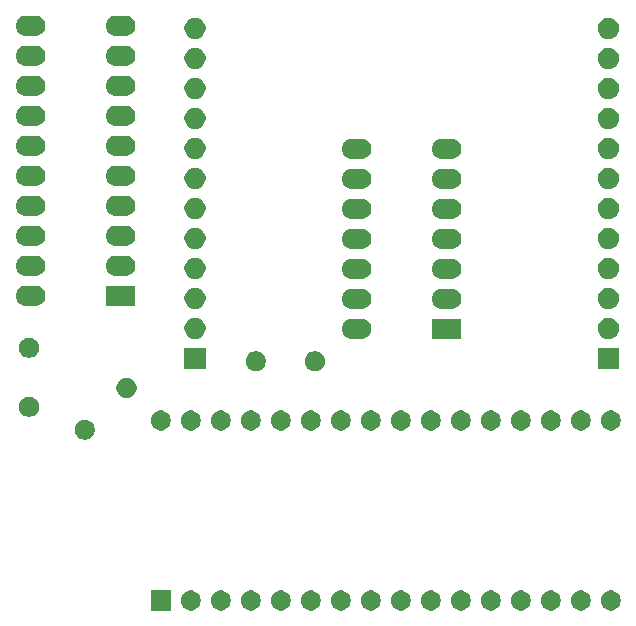
<source format=gbr>
G04 #@! TF.GenerationSoftware,KiCad,Pcbnew,5.1.5+dfsg1-2build2*
G04 #@! TF.CreationDate,2022-09-07T21:32:21-04:00*
G04 #@! TF.ProjectId,coco2_3134_64k_static_ram_board,636f636f-325f-4333-9133-345f36346b5f,1.0.0*
G04 #@! TF.SameCoordinates,Original*
G04 #@! TF.FileFunction,Soldermask,Top*
G04 #@! TF.FilePolarity,Negative*
%FSLAX46Y46*%
G04 Gerber Fmt 4.6, Leading zero omitted, Abs format (unit mm)*
G04 Created by KiCad (PCBNEW 5.1.5+dfsg1-2build2) date 2022-09-07 21:32:21*
%MOMM*%
%LPD*%
G04 APERTURE LIST*
%ADD10C,0.100000*%
G04 APERTURE END LIST*
D10*
G36*
X135408228Y-132181703D02*
G01*
X135563100Y-132245853D01*
X135702481Y-132338985D01*
X135821015Y-132457519D01*
X135914147Y-132596900D01*
X135978297Y-132751772D01*
X136011000Y-132916184D01*
X136011000Y-133083816D01*
X135978297Y-133248228D01*
X135914147Y-133403100D01*
X135821015Y-133542481D01*
X135702481Y-133661015D01*
X135563100Y-133754147D01*
X135408228Y-133818297D01*
X135243816Y-133851000D01*
X135076184Y-133851000D01*
X134911772Y-133818297D01*
X134756900Y-133754147D01*
X134617519Y-133661015D01*
X134498985Y-133542481D01*
X134405853Y-133403100D01*
X134341703Y-133248228D01*
X134309000Y-133083816D01*
X134309000Y-132916184D01*
X134341703Y-132751772D01*
X134405853Y-132596900D01*
X134498985Y-132457519D01*
X134617519Y-132338985D01*
X134756900Y-132245853D01*
X134911772Y-132181703D01*
X135076184Y-132149000D01*
X135243816Y-132149000D01*
X135408228Y-132181703D01*
G37*
G36*
X115088228Y-132181703D02*
G01*
X115243100Y-132245853D01*
X115382481Y-132338985D01*
X115501015Y-132457519D01*
X115594147Y-132596900D01*
X115658297Y-132751772D01*
X115691000Y-132916184D01*
X115691000Y-133083816D01*
X115658297Y-133248228D01*
X115594147Y-133403100D01*
X115501015Y-133542481D01*
X115382481Y-133661015D01*
X115243100Y-133754147D01*
X115088228Y-133818297D01*
X114923816Y-133851000D01*
X114756184Y-133851000D01*
X114591772Y-133818297D01*
X114436900Y-133754147D01*
X114297519Y-133661015D01*
X114178985Y-133542481D01*
X114085853Y-133403100D01*
X114021703Y-133248228D01*
X113989000Y-133083816D01*
X113989000Y-132916184D01*
X114021703Y-132751772D01*
X114085853Y-132596900D01*
X114178985Y-132457519D01*
X114297519Y-132338985D01*
X114436900Y-132245853D01*
X114591772Y-132181703D01*
X114756184Y-132149000D01*
X114923816Y-132149000D01*
X115088228Y-132181703D01*
G37*
G36*
X100451000Y-133851000D02*
G01*
X98749000Y-133851000D01*
X98749000Y-132149000D01*
X100451000Y-132149000D01*
X100451000Y-133851000D01*
G37*
G36*
X102388228Y-132181703D02*
G01*
X102543100Y-132245853D01*
X102682481Y-132338985D01*
X102801015Y-132457519D01*
X102894147Y-132596900D01*
X102958297Y-132751772D01*
X102991000Y-132916184D01*
X102991000Y-133083816D01*
X102958297Y-133248228D01*
X102894147Y-133403100D01*
X102801015Y-133542481D01*
X102682481Y-133661015D01*
X102543100Y-133754147D01*
X102388228Y-133818297D01*
X102223816Y-133851000D01*
X102056184Y-133851000D01*
X101891772Y-133818297D01*
X101736900Y-133754147D01*
X101597519Y-133661015D01*
X101478985Y-133542481D01*
X101385853Y-133403100D01*
X101321703Y-133248228D01*
X101289000Y-133083816D01*
X101289000Y-132916184D01*
X101321703Y-132751772D01*
X101385853Y-132596900D01*
X101478985Y-132457519D01*
X101597519Y-132338985D01*
X101736900Y-132245853D01*
X101891772Y-132181703D01*
X102056184Y-132149000D01*
X102223816Y-132149000D01*
X102388228Y-132181703D01*
G37*
G36*
X104928228Y-132181703D02*
G01*
X105083100Y-132245853D01*
X105222481Y-132338985D01*
X105341015Y-132457519D01*
X105434147Y-132596900D01*
X105498297Y-132751772D01*
X105531000Y-132916184D01*
X105531000Y-133083816D01*
X105498297Y-133248228D01*
X105434147Y-133403100D01*
X105341015Y-133542481D01*
X105222481Y-133661015D01*
X105083100Y-133754147D01*
X104928228Y-133818297D01*
X104763816Y-133851000D01*
X104596184Y-133851000D01*
X104431772Y-133818297D01*
X104276900Y-133754147D01*
X104137519Y-133661015D01*
X104018985Y-133542481D01*
X103925853Y-133403100D01*
X103861703Y-133248228D01*
X103829000Y-133083816D01*
X103829000Y-132916184D01*
X103861703Y-132751772D01*
X103925853Y-132596900D01*
X104018985Y-132457519D01*
X104137519Y-132338985D01*
X104276900Y-132245853D01*
X104431772Y-132181703D01*
X104596184Y-132149000D01*
X104763816Y-132149000D01*
X104928228Y-132181703D01*
G37*
G36*
X107468228Y-132181703D02*
G01*
X107623100Y-132245853D01*
X107762481Y-132338985D01*
X107881015Y-132457519D01*
X107974147Y-132596900D01*
X108038297Y-132751772D01*
X108071000Y-132916184D01*
X108071000Y-133083816D01*
X108038297Y-133248228D01*
X107974147Y-133403100D01*
X107881015Y-133542481D01*
X107762481Y-133661015D01*
X107623100Y-133754147D01*
X107468228Y-133818297D01*
X107303816Y-133851000D01*
X107136184Y-133851000D01*
X106971772Y-133818297D01*
X106816900Y-133754147D01*
X106677519Y-133661015D01*
X106558985Y-133542481D01*
X106465853Y-133403100D01*
X106401703Y-133248228D01*
X106369000Y-133083816D01*
X106369000Y-132916184D01*
X106401703Y-132751772D01*
X106465853Y-132596900D01*
X106558985Y-132457519D01*
X106677519Y-132338985D01*
X106816900Y-132245853D01*
X106971772Y-132181703D01*
X107136184Y-132149000D01*
X107303816Y-132149000D01*
X107468228Y-132181703D01*
G37*
G36*
X110008228Y-132181703D02*
G01*
X110163100Y-132245853D01*
X110302481Y-132338985D01*
X110421015Y-132457519D01*
X110514147Y-132596900D01*
X110578297Y-132751772D01*
X110611000Y-132916184D01*
X110611000Y-133083816D01*
X110578297Y-133248228D01*
X110514147Y-133403100D01*
X110421015Y-133542481D01*
X110302481Y-133661015D01*
X110163100Y-133754147D01*
X110008228Y-133818297D01*
X109843816Y-133851000D01*
X109676184Y-133851000D01*
X109511772Y-133818297D01*
X109356900Y-133754147D01*
X109217519Y-133661015D01*
X109098985Y-133542481D01*
X109005853Y-133403100D01*
X108941703Y-133248228D01*
X108909000Y-133083816D01*
X108909000Y-132916184D01*
X108941703Y-132751772D01*
X109005853Y-132596900D01*
X109098985Y-132457519D01*
X109217519Y-132338985D01*
X109356900Y-132245853D01*
X109511772Y-132181703D01*
X109676184Y-132149000D01*
X109843816Y-132149000D01*
X110008228Y-132181703D01*
G37*
G36*
X112548228Y-132181703D02*
G01*
X112703100Y-132245853D01*
X112842481Y-132338985D01*
X112961015Y-132457519D01*
X113054147Y-132596900D01*
X113118297Y-132751772D01*
X113151000Y-132916184D01*
X113151000Y-133083816D01*
X113118297Y-133248228D01*
X113054147Y-133403100D01*
X112961015Y-133542481D01*
X112842481Y-133661015D01*
X112703100Y-133754147D01*
X112548228Y-133818297D01*
X112383816Y-133851000D01*
X112216184Y-133851000D01*
X112051772Y-133818297D01*
X111896900Y-133754147D01*
X111757519Y-133661015D01*
X111638985Y-133542481D01*
X111545853Y-133403100D01*
X111481703Y-133248228D01*
X111449000Y-133083816D01*
X111449000Y-132916184D01*
X111481703Y-132751772D01*
X111545853Y-132596900D01*
X111638985Y-132457519D01*
X111757519Y-132338985D01*
X111896900Y-132245853D01*
X112051772Y-132181703D01*
X112216184Y-132149000D01*
X112383816Y-132149000D01*
X112548228Y-132181703D01*
G37*
G36*
X137948228Y-132181703D02*
G01*
X138103100Y-132245853D01*
X138242481Y-132338985D01*
X138361015Y-132457519D01*
X138454147Y-132596900D01*
X138518297Y-132751772D01*
X138551000Y-132916184D01*
X138551000Y-133083816D01*
X138518297Y-133248228D01*
X138454147Y-133403100D01*
X138361015Y-133542481D01*
X138242481Y-133661015D01*
X138103100Y-133754147D01*
X137948228Y-133818297D01*
X137783816Y-133851000D01*
X137616184Y-133851000D01*
X137451772Y-133818297D01*
X137296900Y-133754147D01*
X137157519Y-133661015D01*
X137038985Y-133542481D01*
X136945853Y-133403100D01*
X136881703Y-133248228D01*
X136849000Y-133083816D01*
X136849000Y-132916184D01*
X136881703Y-132751772D01*
X136945853Y-132596900D01*
X137038985Y-132457519D01*
X137157519Y-132338985D01*
X137296900Y-132245853D01*
X137451772Y-132181703D01*
X137616184Y-132149000D01*
X137783816Y-132149000D01*
X137948228Y-132181703D01*
G37*
G36*
X120168228Y-132181703D02*
G01*
X120323100Y-132245853D01*
X120462481Y-132338985D01*
X120581015Y-132457519D01*
X120674147Y-132596900D01*
X120738297Y-132751772D01*
X120771000Y-132916184D01*
X120771000Y-133083816D01*
X120738297Y-133248228D01*
X120674147Y-133403100D01*
X120581015Y-133542481D01*
X120462481Y-133661015D01*
X120323100Y-133754147D01*
X120168228Y-133818297D01*
X120003816Y-133851000D01*
X119836184Y-133851000D01*
X119671772Y-133818297D01*
X119516900Y-133754147D01*
X119377519Y-133661015D01*
X119258985Y-133542481D01*
X119165853Y-133403100D01*
X119101703Y-133248228D01*
X119069000Y-133083816D01*
X119069000Y-132916184D01*
X119101703Y-132751772D01*
X119165853Y-132596900D01*
X119258985Y-132457519D01*
X119377519Y-132338985D01*
X119516900Y-132245853D01*
X119671772Y-132181703D01*
X119836184Y-132149000D01*
X120003816Y-132149000D01*
X120168228Y-132181703D01*
G37*
G36*
X122708228Y-132181703D02*
G01*
X122863100Y-132245853D01*
X123002481Y-132338985D01*
X123121015Y-132457519D01*
X123214147Y-132596900D01*
X123278297Y-132751772D01*
X123311000Y-132916184D01*
X123311000Y-133083816D01*
X123278297Y-133248228D01*
X123214147Y-133403100D01*
X123121015Y-133542481D01*
X123002481Y-133661015D01*
X122863100Y-133754147D01*
X122708228Y-133818297D01*
X122543816Y-133851000D01*
X122376184Y-133851000D01*
X122211772Y-133818297D01*
X122056900Y-133754147D01*
X121917519Y-133661015D01*
X121798985Y-133542481D01*
X121705853Y-133403100D01*
X121641703Y-133248228D01*
X121609000Y-133083816D01*
X121609000Y-132916184D01*
X121641703Y-132751772D01*
X121705853Y-132596900D01*
X121798985Y-132457519D01*
X121917519Y-132338985D01*
X122056900Y-132245853D01*
X122211772Y-132181703D01*
X122376184Y-132149000D01*
X122543816Y-132149000D01*
X122708228Y-132181703D01*
G37*
G36*
X125248228Y-132181703D02*
G01*
X125403100Y-132245853D01*
X125542481Y-132338985D01*
X125661015Y-132457519D01*
X125754147Y-132596900D01*
X125818297Y-132751772D01*
X125851000Y-132916184D01*
X125851000Y-133083816D01*
X125818297Y-133248228D01*
X125754147Y-133403100D01*
X125661015Y-133542481D01*
X125542481Y-133661015D01*
X125403100Y-133754147D01*
X125248228Y-133818297D01*
X125083816Y-133851000D01*
X124916184Y-133851000D01*
X124751772Y-133818297D01*
X124596900Y-133754147D01*
X124457519Y-133661015D01*
X124338985Y-133542481D01*
X124245853Y-133403100D01*
X124181703Y-133248228D01*
X124149000Y-133083816D01*
X124149000Y-132916184D01*
X124181703Y-132751772D01*
X124245853Y-132596900D01*
X124338985Y-132457519D01*
X124457519Y-132338985D01*
X124596900Y-132245853D01*
X124751772Y-132181703D01*
X124916184Y-132149000D01*
X125083816Y-132149000D01*
X125248228Y-132181703D01*
G37*
G36*
X127788228Y-132181703D02*
G01*
X127943100Y-132245853D01*
X128082481Y-132338985D01*
X128201015Y-132457519D01*
X128294147Y-132596900D01*
X128358297Y-132751772D01*
X128391000Y-132916184D01*
X128391000Y-133083816D01*
X128358297Y-133248228D01*
X128294147Y-133403100D01*
X128201015Y-133542481D01*
X128082481Y-133661015D01*
X127943100Y-133754147D01*
X127788228Y-133818297D01*
X127623816Y-133851000D01*
X127456184Y-133851000D01*
X127291772Y-133818297D01*
X127136900Y-133754147D01*
X126997519Y-133661015D01*
X126878985Y-133542481D01*
X126785853Y-133403100D01*
X126721703Y-133248228D01*
X126689000Y-133083816D01*
X126689000Y-132916184D01*
X126721703Y-132751772D01*
X126785853Y-132596900D01*
X126878985Y-132457519D01*
X126997519Y-132338985D01*
X127136900Y-132245853D01*
X127291772Y-132181703D01*
X127456184Y-132149000D01*
X127623816Y-132149000D01*
X127788228Y-132181703D01*
G37*
G36*
X130328228Y-132181703D02*
G01*
X130483100Y-132245853D01*
X130622481Y-132338985D01*
X130741015Y-132457519D01*
X130834147Y-132596900D01*
X130898297Y-132751772D01*
X130931000Y-132916184D01*
X130931000Y-133083816D01*
X130898297Y-133248228D01*
X130834147Y-133403100D01*
X130741015Y-133542481D01*
X130622481Y-133661015D01*
X130483100Y-133754147D01*
X130328228Y-133818297D01*
X130163816Y-133851000D01*
X129996184Y-133851000D01*
X129831772Y-133818297D01*
X129676900Y-133754147D01*
X129537519Y-133661015D01*
X129418985Y-133542481D01*
X129325853Y-133403100D01*
X129261703Y-133248228D01*
X129229000Y-133083816D01*
X129229000Y-132916184D01*
X129261703Y-132751772D01*
X129325853Y-132596900D01*
X129418985Y-132457519D01*
X129537519Y-132338985D01*
X129676900Y-132245853D01*
X129831772Y-132181703D01*
X129996184Y-132149000D01*
X130163816Y-132149000D01*
X130328228Y-132181703D01*
G37*
G36*
X132868228Y-132181703D02*
G01*
X133023100Y-132245853D01*
X133162481Y-132338985D01*
X133281015Y-132457519D01*
X133374147Y-132596900D01*
X133438297Y-132751772D01*
X133471000Y-132916184D01*
X133471000Y-133083816D01*
X133438297Y-133248228D01*
X133374147Y-133403100D01*
X133281015Y-133542481D01*
X133162481Y-133661015D01*
X133023100Y-133754147D01*
X132868228Y-133818297D01*
X132703816Y-133851000D01*
X132536184Y-133851000D01*
X132371772Y-133818297D01*
X132216900Y-133754147D01*
X132077519Y-133661015D01*
X131958985Y-133542481D01*
X131865853Y-133403100D01*
X131801703Y-133248228D01*
X131769000Y-133083816D01*
X131769000Y-132916184D01*
X131801703Y-132751772D01*
X131865853Y-132596900D01*
X131958985Y-132457519D01*
X132077519Y-132338985D01*
X132216900Y-132245853D01*
X132371772Y-132181703D01*
X132536184Y-132149000D01*
X132703816Y-132149000D01*
X132868228Y-132181703D01*
G37*
G36*
X117628228Y-132181703D02*
G01*
X117783100Y-132245853D01*
X117922481Y-132338985D01*
X118041015Y-132457519D01*
X118134147Y-132596900D01*
X118198297Y-132751772D01*
X118231000Y-132916184D01*
X118231000Y-133083816D01*
X118198297Y-133248228D01*
X118134147Y-133403100D01*
X118041015Y-133542481D01*
X117922481Y-133661015D01*
X117783100Y-133754147D01*
X117628228Y-133818297D01*
X117463816Y-133851000D01*
X117296184Y-133851000D01*
X117131772Y-133818297D01*
X116976900Y-133754147D01*
X116837519Y-133661015D01*
X116718985Y-133542481D01*
X116625853Y-133403100D01*
X116561703Y-133248228D01*
X116529000Y-133083816D01*
X116529000Y-132916184D01*
X116561703Y-132751772D01*
X116625853Y-132596900D01*
X116718985Y-132457519D01*
X116837519Y-132338985D01*
X116976900Y-132245853D01*
X117131772Y-132181703D01*
X117296184Y-132149000D01*
X117463816Y-132149000D01*
X117628228Y-132181703D01*
G37*
G36*
X93412694Y-117717237D02*
G01*
X93567566Y-117781387D01*
X93706947Y-117874519D01*
X93825481Y-117993053D01*
X93918613Y-118132434D01*
X93982763Y-118287306D01*
X94015466Y-118451718D01*
X94015466Y-118619350D01*
X93982763Y-118783762D01*
X93918613Y-118938634D01*
X93825481Y-119078015D01*
X93706947Y-119196549D01*
X93567566Y-119289681D01*
X93412694Y-119353831D01*
X93248282Y-119386534D01*
X93080650Y-119386534D01*
X92916238Y-119353831D01*
X92761366Y-119289681D01*
X92621985Y-119196549D01*
X92503451Y-119078015D01*
X92410319Y-118938634D01*
X92346169Y-118783762D01*
X92313466Y-118619350D01*
X92313466Y-118451718D01*
X92346169Y-118287306D01*
X92410319Y-118132434D01*
X92503451Y-117993053D01*
X92621985Y-117874519D01*
X92761366Y-117781387D01*
X92916238Y-117717237D01*
X93080650Y-117684534D01*
X93248282Y-117684534D01*
X93412694Y-117717237D01*
G37*
G36*
X104928228Y-116941703D02*
G01*
X105083100Y-117005853D01*
X105222481Y-117098985D01*
X105341015Y-117217519D01*
X105434147Y-117356900D01*
X105498297Y-117511772D01*
X105531000Y-117676184D01*
X105531000Y-117843816D01*
X105498297Y-118008228D01*
X105434147Y-118163100D01*
X105341015Y-118302481D01*
X105222481Y-118421015D01*
X105083100Y-118514147D01*
X104928228Y-118578297D01*
X104763816Y-118611000D01*
X104596184Y-118611000D01*
X104431772Y-118578297D01*
X104276900Y-118514147D01*
X104137519Y-118421015D01*
X104018985Y-118302481D01*
X103925853Y-118163100D01*
X103861703Y-118008228D01*
X103829000Y-117843816D01*
X103829000Y-117676184D01*
X103861703Y-117511772D01*
X103925853Y-117356900D01*
X104018985Y-117217519D01*
X104137519Y-117098985D01*
X104276900Y-117005853D01*
X104431772Y-116941703D01*
X104596184Y-116909000D01*
X104763816Y-116909000D01*
X104928228Y-116941703D01*
G37*
G36*
X110008228Y-116941703D02*
G01*
X110163100Y-117005853D01*
X110302481Y-117098985D01*
X110421015Y-117217519D01*
X110514147Y-117356900D01*
X110578297Y-117511772D01*
X110611000Y-117676184D01*
X110611000Y-117843816D01*
X110578297Y-118008228D01*
X110514147Y-118163100D01*
X110421015Y-118302481D01*
X110302481Y-118421015D01*
X110163100Y-118514147D01*
X110008228Y-118578297D01*
X109843816Y-118611000D01*
X109676184Y-118611000D01*
X109511772Y-118578297D01*
X109356900Y-118514147D01*
X109217519Y-118421015D01*
X109098985Y-118302481D01*
X109005853Y-118163100D01*
X108941703Y-118008228D01*
X108909000Y-117843816D01*
X108909000Y-117676184D01*
X108941703Y-117511772D01*
X109005853Y-117356900D01*
X109098985Y-117217519D01*
X109217519Y-117098985D01*
X109356900Y-117005853D01*
X109511772Y-116941703D01*
X109676184Y-116909000D01*
X109843816Y-116909000D01*
X110008228Y-116941703D01*
G37*
G36*
X112548228Y-116941703D02*
G01*
X112703100Y-117005853D01*
X112842481Y-117098985D01*
X112961015Y-117217519D01*
X113054147Y-117356900D01*
X113118297Y-117511772D01*
X113151000Y-117676184D01*
X113151000Y-117843816D01*
X113118297Y-118008228D01*
X113054147Y-118163100D01*
X112961015Y-118302481D01*
X112842481Y-118421015D01*
X112703100Y-118514147D01*
X112548228Y-118578297D01*
X112383816Y-118611000D01*
X112216184Y-118611000D01*
X112051772Y-118578297D01*
X111896900Y-118514147D01*
X111757519Y-118421015D01*
X111638985Y-118302481D01*
X111545853Y-118163100D01*
X111481703Y-118008228D01*
X111449000Y-117843816D01*
X111449000Y-117676184D01*
X111481703Y-117511772D01*
X111545853Y-117356900D01*
X111638985Y-117217519D01*
X111757519Y-117098985D01*
X111896900Y-117005853D01*
X112051772Y-116941703D01*
X112216184Y-116909000D01*
X112383816Y-116909000D01*
X112548228Y-116941703D01*
G37*
G36*
X107468228Y-116941703D02*
G01*
X107623100Y-117005853D01*
X107762481Y-117098985D01*
X107881015Y-117217519D01*
X107974147Y-117356900D01*
X108038297Y-117511772D01*
X108071000Y-117676184D01*
X108071000Y-117843816D01*
X108038297Y-118008228D01*
X107974147Y-118163100D01*
X107881015Y-118302481D01*
X107762481Y-118421015D01*
X107623100Y-118514147D01*
X107468228Y-118578297D01*
X107303816Y-118611000D01*
X107136184Y-118611000D01*
X106971772Y-118578297D01*
X106816900Y-118514147D01*
X106677519Y-118421015D01*
X106558985Y-118302481D01*
X106465853Y-118163100D01*
X106401703Y-118008228D01*
X106369000Y-117843816D01*
X106369000Y-117676184D01*
X106401703Y-117511772D01*
X106465853Y-117356900D01*
X106558985Y-117217519D01*
X106677519Y-117098985D01*
X106816900Y-117005853D01*
X106971772Y-116941703D01*
X107136184Y-116909000D01*
X107303816Y-116909000D01*
X107468228Y-116941703D01*
G37*
G36*
X102388228Y-116941703D02*
G01*
X102543100Y-117005853D01*
X102682481Y-117098985D01*
X102801015Y-117217519D01*
X102894147Y-117356900D01*
X102958297Y-117511772D01*
X102991000Y-117676184D01*
X102991000Y-117843816D01*
X102958297Y-118008228D01*
X102894147Y-118163100D01*
X102801015Y-118302481D01*
X102682481Y-118421015D01*
X102543100Y-118514147D01*
X102388228Y-118578297D01*
X102223816Y-118611000D01*
X102056184Y-118611000D01*
X101891772Y-118578297D01*
X101736900Y-118514147D01*
X101597519Y-118421015D01*
X101478985Y-118302481D01*
X101385853Y-118163100D01*
X101321703Y-118008228D01*
X101289000Y-117843816D01*
X101289000Y-117676184D01*
X101321703Y-117511772D01*
X101385853Y-117356900D01*
X101478985Y-117217519D01*
X101597519Y-117098985D01*
X101736900Y-117005853D01*
X101891772Y-116941703D01*
X102056184Y-116909000D01*
X102223816Y-116909000D01*
X102388228Y-116941703D01*
G37*
G36*
X137948228Y-116941703D02*
G01*
X138103100Y-117005853D01*
X138242481Y-117098985D01*
X138361015Y-117217519D01*
X138454147Y-117356900D01*
X138518297Y-117511772D01*
X138551000Y-117676184D01*
X138551000Y-117843816D01*
X138518297Y-118008228D01*
X138454147Y-118163100D01*
X138361015Y-118302481D01*
X138242481Y-118421015D01*
X138103100Y-118514147D01*
X137948228Y-118578297D01*
X137783816Y-118611000D01*
X137616184Y-118611000D01*
X137451772Y-118578297D01*
X137296900Y-118514147D01*
X137157519Y-118421015D01*
X137038985Y-118302481D01*
X136945853Y-118163100D01*
X136881703Y-118008228D01*
X136849000Y-117843816D01*
X136849000Y-117676184D01*
X136881703Y-117511772D01*
X136945853Y-117356900D01*
X137038985Y-117217519D01*
X137157519Y-117098985D01*
X137296900Y-117005853D01*
X137451772Y-116941703D01*
X137616184Y-116909000D01*
X137783816Y-116909000D01*
X137948228Y-116941703D01*
G37*
G36*
X135408228Y-116941703D02*
G01*
X135563100Y-117005853D01*
X135702481Y-117098985D01*
X135821015Y-117217519D01*
X135914147Y-117356900D01*
X135978297Y-117511772D01*
X136011000Y-117676184D01*
X136011000Y-117843816D01*
X135978297Y-118008228D01*
X135914147Y-118163100D01*
X135821015Y-118302481D01*
X135702481Y-118421015D01*
X135563100Y-118514147D01*
X135408228Y-118578297D01*
X135243816Y-118611000D01*
X135076184Y-118611000D01*
X134911772Y-118578297D01*
X134756900Y-118514147D01*
X134617519Y-118421015D01*
X134498985Y-118302481D01*
X134405853Y-118163100D01*
X134341703Y-118008228D01*
X134309000Y-117843816D01*
X134309000Y-117676184D01*
X134341703Y-117511772D01*
X134405853Y-117356900D01*
X134498985Y-117217519D01*
X134617519Y-117098985D01*
X134756900Y-117005853D01*
X134911772Y-116941703D01*
X135076184Y-116909000D01*
X135243816Y-116909000D01*
X135408228Y-116941703D01*
G37*
G36*
X132868228Y-116941703D02*
G01*
X133023100Y-117005853D01*
X133162481Y-117098985D01*
X133281015Y-117217519D01*
X133374147Y-117356900D01*
X133438297Y-117511772D01*
X133471000Y-117676184D01*
X133471000Y-117843816D01*
X133438297Y-118008228D01*
X133374147Y-118163100D01*
X133281015Y-118302481D01*
X133162481Y-118421015D01*
X133023100Y-118514147D01*
X132868228Y-118578297D01*
X132703816Y-118611000D01*
X132536184Y-118611000D01*
X132371772Y-118578297D01*
X132216900Y-118514147D01*
X132077519Y-118421015D01*
X131958985Y-118302481D01*
X131865853Y-118163100D01*
X131801703Y-118008228D01*
X131769000Y-117843816D01*
X131769000Y-117676184D01*
X131801703Y-117511772D01*
X131865853Y-117356900D01*
X131958985Y-117217519D01*
X132077519Y-117098985D01*
X132216900Y-117005853D01*
X132371772Y-116941703D01*
X132536184Y-116909000D01*
X132703816Y-116909000D01*
X132868228Y-116941703D01*
G37*
G36*
X130328228Y-116941703D02*
G01*
X130483100Y-117005853D01*
X130622481Y-117098985D01*
X130741015Y-117217519D01*
X130834147Y-117356900D01*
X130898297Y-117511772D01*
X130931000Y-117676184D01*
X130931000Y-117843816D01*
X130898297Y-118008228D01*
X130834147Y-118163100D01*
X130741015Y-118302481D01*
X130622481Y-118421015D01*
X130483100Y-118514147D01*
X130328228Y-118578297D01*
X130163816Y-118611000D01*
X129996184Y-118611000D01*
X129831772Y-118578297D01*
X129676900Y-118514147D01*
X129537519Y-118421015D01*
X129418985Y-118302481D01*
X129325853Y-118163100D01*
X129261703Y-118008228D01*
X129229000Y-117843816D01*
X129229000Y-117676184D01*
X129261703Y-117511772D01*
X129325853Y-117356900D01*
X129418985Y-117217519D01*
X129537519Y-117098985D01*
X129676900Y-117005853D01*
X129831772Y-116941703D01*
X129996184Y-116909000D01*
X130163816Y-116909000D01*
X130328228Y-116941703D01*
G37*
G36*
X127788228Y-116941703D02*
G01*
X127943100Y-117005853D01*
X128082481Y-117098985D01*
X128201015Y-117217519D01*
X128294147Y-117356900D01*
X128358297Y-117511772D01*
X128391000Y-117676184D01*
X128391000Y-117843816D01*
X128358297Y-118008228D01*
X128294147Y-118163100D01*
X128201015Y-118302481D01*
X128082481Y-118421015D01*
X127943100Y-118514147D01*
X127788228Y-118578297D01*
X127623816Y-118611000D01*
X127456184Y-118611000D01*
X127291772Y-118578297D01*
X127136900Y-118514147D01*
X126997519Y-118421015D01*
X126878985Y-118302481D01*
X126785853Y-118163100D01*
X126721703Y-118008228D01*
X126689000Y-117843816D01*
X126689000Y-117676184D01*
X126721703Y-117511772D01*
X126785853Y-117356900D01*
X126878985Y-117217519D01*
X126997519Y-117098985D01*
X127136900Y-117005853D01*
X127291772Y-116941703D01*
X127456184Y-116909000D01*
X127623816Y-116909000D01*
X127788228Y-116941703D01*
G37*
G36*
X117628228Y-116941703D02*
G01*
X117783100Y-117005853D01*
X117922481Y-117098985D01*
X118041015Y-117217519D01*
X118134147Y-117356900D01*
X118198297Y-117511772D01*
X118231000Y-117676184D01*
X118231000Y-117843816D01*
X118198297Y-118008228D01*
X118134147Y-118163100D01*
X118041015Y-118302481D01*
X117922481Y-118421015D01*
X117783100Y-118514147D01*
X117628228Y-118578297D01*
X117463816Y-118611000D01*
X117296184Y-118611000D01*
X117131772Y-118578297D01*
X116976900Y-118514147D01*
X116837519Y-118421015D01*
X116718985Y-118302481D01*
X116625853Y-118163100D01*
X116561703Y-118008228D01*
X116529000Y-117843816D01*
X116529000Y-117676184D01*
X116561703Y-117511772D01*
X116625853Y-117356900D01*
X116718985Y-117217519D01*
X116837519Y-117098985D01*
X116976900Y-117005853D01*
X117131772Y-116941703D01*
X117296184Y-116909000D01*
X117463816Y-116909000D01*
X117628228Y-116941703D01*
G37*
G36*
X122708228Y-116941703D02*
G01*
X122863100Y-117005853D01*
X123002481Y-117098985D01*
X123121015Y-117217519D01*
X123214147Y-117356900D01*
X123278297Y-117511772D01*
X123311000Y-117676184D01*
X123311000Y-117843816D01*
X123278297Y-118008228D01*
X123214147Y-118163100D01*
X123121015Y-118302481D01*
X123002481Y-118421015D01*
X122863100Y-118514147D01*
X122708228Y-118578297D01*
X122543816Y-118611000D01*
X122376184Y-118611000D01*
X122211772Y-118578297D01*
X122056900Y-118514147D01*
X121917519Y-118421015D01*
X121798985Y-118302481D01*
X121705853Y-118163100D01*
X121641703Y-118008228D01*
X121609000Y-117843816D01*
X121609000Y-117676184D01*
X121641703Y-117511772D01*
X121705853Y-117356900D01*
X121798985Y-117217519D01*
X121917519Y-117098985D01*
X122056900Y-117005853D01*
X122211772Y-116941703D01*
X122376184Y-116909000D01*
X122543816Y-116909000D01*
X122708228Y-116941703D01*
G37*
G36*
X99848228Y-116941703D02*
G01*
X100003100Y-117005853D01*
X100142481Y-117098985D01*
X100261015Y-117217519D01*
X100354147Y-117356900D01*
X100418297Y-117511772D01*
X100451000Y-117676184D01*
X100451000Y-117843816D01*
X100418297Y-118008228D01*
X100354147Y-118163100D01*
X100261015Y-118302481D01*
X100142481Y-118421015D01*
X100003100Y-118514147D01*
X99848228Y-118578297D01*
X99683816Y-118611000D01*
X99516184Y-118611000D01*
X99351772Y-118578297D01*
X99196900Y-118514147D01*
X99057519Y-118421015D01*
X98938985Y-118302481D01*
X98845853Y-118163100D01*
X98781703Y-118008228D01*
X98749000Y-117843816D01*
X98749000Y-117676184D01*
X98781703Y-117511772D01*
X98845853Y-117356900D01*
X98938985Y-117217519D01*
X99057519Y-117098985D01*
X99196900Y-117005853D01*
X99351772Y-116941703D01*
X99516184Y-116909000D01*
X99683816Y-116909000D01*
X99848228Y-116941703D01*
G37*
G36*
X120168228Y-116941703D02*
G01*
X120323100Y-117005853D01*
X120462481Y-117098985D01*
X120581015Y-117217519D01*
X120674147Y-117356900D01*
X120738297Y-117511772D01*
X120771000Y-117676184D01*
X120771000Y-117843816D01*
X120738297Y-118008228D01*
X120674147Y-118163100D01*
X120581015Y-118302481D01*
X120462481Y-118421015D01*
X120323100Y-118514147D01*
X120168228Y-118578297D01*
X120003816Y-118611000D01*
X119836184Y-118611000D01*
X119671772Y-118578297D01*
X119516900Y-118514147D01*
X119377519Y-118421015D01*
X119258985Y-118302481D01*
X119165853Y-118163100D01*
X119101703Y-118008228D01*
X119069000Y-117843816D01*
X119069000Y-117676184D01*
X119101703Y-117511772D01*
X119165853Y-117356900D01*
X119258985Y-117217519D01*
X119377519Y-117098985D01*
X119516900Y-117005853D01*
X119671772Y-116941703D01*
X119836184Y-116909000D01*
X120003816Y-116909000D01*
X120168228Y-116941703D01*
G37*
G36*
X125248228Y-116941703D02*
G01*
X125403100Y-117005853D01*
X125542481Y-117098985D01*
X125661015Y-117217519D01*
X125754147Y-117356900D01*
X125818297Y-117511772D01*
X125851000Y-117676184D01*
X125851000Y-117843816D01*
X125818297Y-118008228D01*
X125754147Y-118163100D01*
X125661015Y-118302481D01*
X125542481Y-118421015D01*
X125403100Y-118514147D01*
X125248228Y-118578297D01*
X125083816Y-118611000D01*
X124916184Y-118611000D01*
X124751772Y-118578297D01*
X124596900Y-118514147D01*
X124457519Y-118421015D01*
X124338985Y-118302481D01*
X124245853Y-118163100D01*
X124181703Y-118008228D01*
X124149000Y-117843816D01*
X124149000Y-117676184D01*
X124181703Y-117511772D01*
X124245853Y-117356900D01*
X124338985Y-117217519D01*
X124457519Y-117098985D01*
X124596900Y-117005853D01*
X124751772Y-116941703D01*
X124916184Y-116909000D01*
X125083816Y-116909000D01*
X125248228Y-116941703D01*
G37*
G36*
X115088228Y-116941703D02*
G01*
X115243100Y-117005853D01*
X115382481Y-117098985D01*
X115501015Y-117217519D01*
X115594147Y-117356900D01*
X115658297Y-117511772D01*
X115691000Y-117676184D01*
X115691000Y-117843816D01*
X115658297Y-118008228D01*
X115594147Y-118163100D01*
X115501015Y-118302481D01*
X115382481Y-118421015D01*
X115243100Y-118514147D01*
X115088228Y-118578297D01*
X114923816Y-118611000D01*
X114756184Y-118611000D01*
X114591772Y-118578297D01*
X114436900Y-118514147D01*
X114297519Y-118421015D01*
X114178985Y-118302481D01*
X114085853Y-118163100D01*
X114021703Y-118008228D01*
X113989000Y-117843816D01*
X113989000Y-117676184D01*
X114021703Y-117511772D01*
X114085853Y-117356900D01*
X114178985Y-117217519D01*
X114297519Y-117098985D01*
X114436900Y-117005853D01*
X114591772Y-116941703D01*
X114756184Y-116909000D01*
X114923816Y-116909000D01*
X115088228Y-116941703D01*
G37*
G36*
X88698228Y-115781703D02*
G01*
X88853100Y-115845853D01*
X88992481Y-115938985D01*
X89111015Y-116057519D01*
X89204147Y-116196900D01*
X89268297Y-116351772D01*
X89301000Y-116516184D01*
X89301000Y-116683816D01*
X89268297Y-116848228D01*
X89204147Y-117003100D01*
X89111015Y-117142481D01*
X88992481Y-117261015D01*
X88853100Y-117354147D01*
X88698228Y-117418297D01*
X88533816Y-117451000D01*
X88366184Y-117451000D01*
X88201772Y-117418297D01*
X88046900Y-117354147D01*
X87907519Y-117261015D01*
X87788985Y-117142481D01*
X87695853Y-117003100D01*
X87631703Y-116848228D01*
X87599000Y-116683816D01*
X87599000Y-116516184D01*
X87631703Y-116351772D01*
X87695853Y-116196900D01*
X87788985Y-116057519D01*
X87907519Y-115938985D01*
X88046900Y-115845853D01*
X88201772Y-115781703D01*
X88366184Y-115749000D01*
X88533816Y-115749000D01*
X88698228Y-115781703D01*
G37*
G36*
X96948228Y-114181703D02*
G01*
X97103100Y-114245853D01*
X97242481Y-114338985D01*
X97361015Y-114457519D01*
X97454147Y-114596900D01*
X97518297Y-114751772D01*
X97551000Y-114916184D01*
X97551000Y-115083816D01*
X97518297Y-115248228D01*
X97454147Y-115403100D01*
X97361015Y-115542481D01*
X97242481Y-115661015D01*
X97103100Y-115754147D01*
X96948228Y-115818297D01*
X96783816Y-115851000D01*
X96616184Y-115851000D01*
X96451772Y-115818297D01*
X96296900Y-115754147D01*
X96157519Y-115661015D01*
X96038985Y-115542481D01*
X95945853Y-115403100D01*
X95881703Y-115248228D01*
X95849000Y-115083816D01*
X95849000Y-114916184D01*
X95881703Y-114751772D01*
X95945853Y-114596900D01*
X96038985Y-114457519D01*
X96157519Y-114338985D01*
X96296900Y-114245853D01*
X96451772Y-114181703D01*
X96616184Y-114149000D01*
X96783816Y-114149000D01*
X96948228Y-114181703D01*
G37*
G36*
X112898228Y-111931703D02*
G01*
X113053100Y-111995853D01*
X113192481Y-112088985D01*
X113311015Y-112207519D01*
X113404147Y-112346900D01*
X113468297Y-112501772D01*
X113501000Y-112666184D01*
X113501000Y-112833816D01*
X113468297Y-112998228D01*
X113404147Y-113153100D01*
X113311015Y-113292481D01*
X113192481Y-113411015D01*
X113053100Y-113504147D01*
X112898228Y-113568297D01*
X112733816Y-113601000D01*
X112566184Y-113601000D01*
X112401772Y-113568297D01*
X112246900Y-113504147D01*
X112107519Y-113411015D01*
X111988985Y-113292481D01*
X111895853Y-113153100D01*
X111831703Y-112998228D01*
X111799000Y-112833816D01*
X111799000Y-112666184D01*
X111831703Y-112501772D01*
X111895853Y-112346900D01*
X111988985Y-112207519D01*
X112107519Y-112088985D01*
X112246900Y-111995853D01*
X112401772Y-111931703D01*
X112566184Y-111899000D01*
X112733816Y-111899000D01*
X112898228Y-111931703D01*
G37*
G36*
X107898228Y-111931703D02*
G01*
X108053100Y-111995853D01*
X108192481Y-112088985D01*
X108311015Y-112207519D01*
X108404147Y-112346900D01*
X108468297Y-112501772D01*
X108501000Y-112666184D01*
X108501000Y-112833816D01*
X108468297Y-112998228D01*
X108404147Y-113153100D01*
X108311015Y-113292481D01*
X108192481Y-113411015D01*
X108053100Y-113504147D01*
X107898228Y-113568297D01*
X107733816Y-113601000D01*
X107566184Y-113601000D01*
X107401772Y-113568297D01*
X107246900Y-113504147D01*
X107107519Y-113411015D01*
X106988985Y-113292481D01*
X106895853Y-113153100D01*
X106831703Y-112998228D01*
X106799000Y-112833816D01*
X106799000Y-112666184D01*
X106831703Y-112501772D01*
X106895853Y-112346900D01*
X106988985Y-112207519D01*
X107107519Y-112088985D01*
X107246900Y-111995853D01*
X107401772Y-111931703D01*
X107566184Y-111899000D01*
X107733816Y-111899000D01*
X107898228Y-111931703D01*
G37*
G36*
X138401000Y-113401000D02*
G01*
X136599000Y-113401000D01*
X136599000Y-111599000D01*
X138401000Y-111599000D01*
X138401000Y-113401000D01*
G37*
G36*
X103401000Y-113401000D02*
G01*
X101599000Y-113401000D01*
X101599000Y-111599000D01*
X103401000Y-111599000D01*
X103401000Y-113401000D01*
G37*
G36*
X88698228Y-110781703D02*
G01*
X88853100Y-110845853D01*
X88992481Y-110938985D01*
X89111015Y-111057519D01*
X89204147Y-111196900D01*
X89268297Y-111351772D01*
X89301000Y-111516184D01*
X89301000Y-111683816D01*
X89268297Y-111848228D01*
X89204147Y-112003100D01*
X89111015Y-112142481D01*
X88992481Y-112261015D01*
X88853100Y-112354147D01*
X88698228Y-112418297D01*
X88533816Y-112451000D01*
X88366184Y-112451000D01*
X88201772Y-112418297D01*
X88046900Y-112354147D01*
X87907519Y-112261015D01*
X87788985Y-112142481D01*
X87695853Y-112003100D01*
X87631703Y-111848228D01*
X87599000Y-111683816D01*
X87599000Y-111516184D01*
X87631703Y-111351772D01*
X87695853Y-111196900D01*
X87788985Y-111057519D01*
X87907519Y-110938985D01*
X88046900Y-110845853D01*
X88201772Y-110781703D01*
X88366184Y-110749000D01*
X88533816Y-110749000D01*
X88698228Y-110781703D01*
G37*
G36*
X102613512Y-109063927D02*
G01*
X102762812Y-109093624D01*
X102926784Y-109161544D01*
X103074354Y-109260147D01*
X103199853Y-109385646D01*
X103298456Y-109533216D01*
X103366376Y-109697188D01*
X103401000Y-109871259D01*
X103401000Y-110048741D01*
X103366376Y-110222812D01*
X103298456Y-110386784D01*
X103199853Y-110534354D01*
X103074354Y-110659853D01*
X102926784Y-110758456D01*
X102762812Y-110826376D01*
X102613512Y-110856073D01*
X102588742Y-110861000D01*
X102411258Y-110861000D01*
X102386488Y-110856073D01*
X102237188Y-110826376D01*
X102073216Y-110758456D01*
X101925646Y-110659853D01*
X101800147Y-110534354D01*
X101701544Y-110386784D01*
X101633624Y-110222812D01*
X101599000Y-110048741D01*
X101599000Y-109871259D01*
X101633624Y-109697188D01*
X101701544Y-109533216D01*
X101800147Y-109385646D01*
X101925646Y-109260147D01*
X102073216Y-109161544D01*
X102237188Y-109093624D01*
X102386488Y-109063927D01*
X102411258Y-109059000D01*
X102588742Y-109059000D01*
X102613512Y-109063927D01*
G37*
G36*
X137613512Y-109063927D02*
G01*
X137762812Y-109093624D01*
X137926784Y-109161544D01*
X138074354Y-109260147D01*
X138199853Y-109385646D01*
X138298456Y-109533216D01*
X138366376Y-109697188D01*
X138401000Y-109871259D01*
X138401000Y-110048741D01*
X138366376Y-110222812D01*
X138298456Y-110386784D01*
X138199853Y-110534354D01*
X138074354Y-110659853D01*
X137926784Y-110758456D01*
X137762812Y-110826376D01*
X137613512Y-110856073D01*
X137588742Y-110861000D01*
X137411258Y-110861000D01*
X137386488Y-110856073D01*
X137237188Y-110826376D01*
X137073216Y-110758456D01*
X136925646Y-110659853D01*
X136800147Y-110534354D01*
X136701544Y-110386784D01*
X136633624Y-110222812D01*
X136599000Y-110048741D01*
X136599000Y-109871259D01*
X136633624Y-109697188D01*
X136701544Y-109533216D01*
X136800147Y-109385646D01*
X136925646Y-109260147D01*
X137073216Y-109161544D01*
X137237188Y-109093624D01*
X137386488Y-109063927D01*
X137411258Y-109059000D01*
X137588742Y-109059000D01*
X137613512Y-109063927D01*
G37*
G36*
X125051000Y-110851000D02*
G01*
X122549000Y-110851000D01*
X122549000Y-109149000D01*
X125051000Y-109149000D01*
X125051000Y-110851000D01*
G37*
G36*
X116746823Y-109161313D02*
G01*
X116907242Y-109209976D01*
X117001105Y-109260147D01*
X117055078Y-109288996D01*
X117184659Y-109395341D01*
X117291004Y-109524922D01*
X117291005Y-109524924D01*
X117370024Y-109672758D01*
X117418687Y-109833177D01*
X117435117Y-110000000D01*
X117418687Y-110166823D01*
X117370024Y-110327242D01*
X117338199Y-110386782D01*
X117291004Y-110475078D01*
X117184659Y-110604659D01*
X117055078Y-110711004D01*
X117055076Y-110711005D01*
X116907242Y-110790024D01*
X116746823Y-110838687D01*
X116621804Y-110851000D01*
X115738196Y-110851000D01*
X115613177Y-110838687D01*
X115452758Y-110790024D01*
X115304924Y-110711005D01*
X115304922Y-110711004D01*
X115175341Y-110604659D01*
X115068996Y-110475078D01*
X115021801Y-110386782D01*
X114989976Y-110327242D01*
X114941313Y-110166823D01*
X114924883Y-110000000D01*
X114941313Y-109833177D01*
X114989976Y-109672758D01*
X115068995Y-109524924D01*
X115068996Y-109524922D01*
X115175341Y-109395341D01*
X115304922Y-109288996D01*
X115358895Y-109260147D01*
X115452758Y-109209976D01*
X115613177Y-109161313D01*
X115738196Y-109149000D01*
X116621804Y-109149000D01*
X116746823Y-109161313D01*
G37*
G36*
X137613512Y-106523927D02*
G01*
X137762812Y-106553624D01*
X137926784Y-106621544D01*
X138074354Y-106720147D01*
X138199853Y-106845646D01*
X138298456Y-106993216D01*
X138366376Y-107157188D01*
X138401000Y-107331259D01*
X138401000Y-107508741D01*
X138366376Y-107682812D01*
X138298456Y-107846784D01*
X138199853Y-107994354D01*
X138074354Y-108119853D01*
X137926784Y-108218456D01*
X137762812Y-108286376D01*
X137613512Y-108316073D01*
X137588742Y-108321000D01*
X137411258Y-108321000D01*
X137386488Y-108316073D01*
X137237188Y-108286376D01*
X137073216Y-108218456D01*
X136925646Y-108119853D01*
X136800147Y-107994354D01*
X136701544Y-107846784D01*
X136633624Y-107682812D01*
X136599000Y-107508741D01*
X136599000Y-107331259D01*
X136633624Y-107157188D01*
X136701544Y-106993216D01*
X136800147Y-106845646D01*
X136925646Y-106720147D01*
X137073216Y-106621544D01*
X137237188Y-106553624D01*
X137386488Y-106523927D01*
X137411258Y-106519000D01*
X137588742Y-106519000D01*
X137613512Y-106523927D01*
G37*
G36*
X102613512Y-106523927D02*
G01*
X102762812Y-106553624D01*
X102926784Y-106621544D01*
X103074354Y-106720147D01*
X103199853Y-106845646D01*
X103298456Y-106993216D01*
X103366376Y-107157188D01*
X103401000Y-107331259D01*
X103401000Y-107508741D01*
X103366376Y-107682812D01*
X103298456Y-107846784D01*
X103199853Y-107994354D01*
X103074354Y-108119853D01*
X102926784Y-108218456D01*
X102762812Y-108286376D01*
X102613512Y-108316073D01*
X102588742Y-108321000D01*
X102411258Y-108321000D01*
X102386488Y-108316073D01*
X102237188Y-108286376D01*
X102073216Y-108218456D01*
X101925646Y-108119853D01*
X101800147Y-107994354D01*
X101701544Y-107846784D01*
X101633624Y-107682812D01*
X101599000Y-107508741D01*
X101599000Y-107331259D01*
X101633624Y-107157188D01*
X101701544Y-106993216D01*
X101800147Y-106845646D01*
X101925646Y-106720147D01*
X102073216Y-106621544D01*
X102237188Y-106553624D01*
X102386488Y-106523927D01*
X102411258Y-106519000D01*
X102588742Y-106519000D01*
X102613512Y-106523927D01*
G37*
G36*
X124366823Y-106621313D02*
G01*
X124527242Y-106669976D01*
X124630042Y-106724924D01*
X124675078Y-106748996D01*
X124804659Y-106855341D01*
X124911004Y-106984922D01*
X124911005Y-106984924D01*
X124990024Y-107132758D01*
X125038687Y-107293177D01*
X125055117Y-107460000D01*
X125038687Y-107626823D01*
X124990024Y-107787242D01*
X124980714Y-107804659D01*
X124911004Y-107935078D01*
X124804659Y-108064659D01*
X124675078Y-108171004D01*
X124675076Y-108171005D01*
X124527242Y-108250024D01*
X124366823Y-108298687D01*
X124241804Y-108311000D01*
X123358196Y-108311000D01*
X123233177Y-108298687D01*
X123072758Y-108250024D01*
X122924924Y-108171005D01*
X122924922Y-108171004D01*
X122795341Y-108064659D01*
X122688996Y-107935078D01*
X122619286Y-107804659D01*
X122609976Y-107787242D01*
X122561313Y-107626823D01*
X122544883Y-107460000D01*
X122561313Y-107293177D01*
X122609976Y-107132758D01*
X122688995Y-106984924D01*
X122688996Y-106984922D01*
X122795341Y-106855341D01*
X122924922Y-106748996D01*
X122969958Y-106724924D01*
X123072758Y-106669976D01*
X123233177Y-106621313D01*
X123358196Y-106609000D01*
X124241804Y-106609000D01*
X124366823Y-106621313D01*
G37*
G36*
X116746823Y-106621313D02*
G01*
X116907242Y-106669976D01*
X117010042Y-106724924D01*
X117055078Y-106748996D01*
X117184659Y-106855341D01*
X117291004Y-106984922D01*
X117291005Y-106984924D01*
X117370024Y-107132758D01*
X117418687Y-107293177D01*
X117435117Y-107460000D01*
X117418687Y-107626823D01*
X117370024Y-107787242D01*
X117360714Y-107804659D01*
X117291004Y-107935078D01*
X117184659Y-108064659D01*
X117055078Y-108171004D01*
X117055076Y-108171005D01*
X116907242Y-108250024D01*
X116746823Y-108298687D01*
X116621804Y-108311000D01*
X115738196Y-108311000D01*
X115613177Y-108298687D01*
X115452758Y-108250024D01*
X115304924Y-108171005D01*
X115304922Y-108171004D01*
X115175341Y-108064659D01*
X115068996Y-107935078D01*
X114999286Y-107804659D01*
X114989976Y-107787242D01*
X114941313Y-107626823D01*
X114924883Y-107460000D01*
X114941313Y-107293177D01*
X114989976Y-107132758D01*
X115068995Y-106984924D01*
X115068996Y-106984922D01*
X115175341Y-106855341D01*
X115304922Y-106748996D01*
X115349958Y-106724924D01*
X115452758Y-106669976D01*
X115613177Y-106621313D01*
X115738196Y-106609000D01*
X116621804Y-106609000D01*
X116746823Y-106621313D01*
G37*
G36*
X89146823Y-106361313D02*
G01*
X89307242Y-106409976D01*
X89439906Y-106480886D01*
X89455078Y-106488996D01*
X89584659Y-106595341D01*
X89691004Y-106724922D01*
X89691005Y-106724924D01*
X89770024Y-106872758D01*
X89818687Y-107033177D01*
X89835117Y-107200000D01*
X89818687Y-107366823D01*
X89770024Y-107527242D01*
X89716797Y-107626823D01*
X89691004Y-107675078D01*
X89584659Y-107804659D01*
X89455078Y-107911004D01*
X89455076Y-107911005D01*
X89307242Y-107990024D01*
X89146823Y-108038687D01*
X89021804Y-108051000D01*
X88138196Y-108051000D01*
X88013177Y-108038687D01*
X87852758Y-107990024D01*
X87704924Y-107911005D01*
X87704922Y-107911004D01*
X87575341Y-107804659D01*
X87468996Y-107675078D01*
X87443203Y-107626823D01*
X87389976Y-107527242D01*
X87341313Y-107366823D01*
X87324883Y-107200000D01*
X87341313Y-107033177D01*
X87389976Y-106872758D01*
X87468995Y-106724924D01*
X87468996Y-106724922D01*
X87575341Y-106595341D01*
X87704922Y-106488996D01*
X87720094Y-106480886D01*
X87852758Y-106409976D01*
X88013177Y-106361313D01*
X88138196Y-106349000D01*
X89021804Y-106349000D01*
X89146823Y-106361313D01*
G37*
G36*
X97451000Y-108051000D02*
G01*
X94949000Y-108051000D01*
X94949000Y-106349000D01*
X97451000Y-106349000D01*
X97451000Y-108051000D01*
G37*
G36*
X102613512Y-103983927D02*
G01*
X102762812Y-104013624D01*
X102926784Y-104081544D01*
X103074354Y-104180147D01*
X103199853Y-104305646D01*
X103298456Y-104453216D01*
X103366376Y-104617188D01*
X103401000Y-104791259D01*
X103401000Y-104968741D01*
X103366376Y-105142812D01*
X103298456Y-105306784D01*
X103199853Y-105454354D01*
X103074354Y-105579853D01*
X102926784Y-105678456D01*
X102762812Y-105746376D01*
X102613512Y-105776073D01*
X102588742Y-105781000D01*
X102411258Y-105781000D01*
X102386488Y-105776073D01*
X102237188Y-105746376D01*
X102073216Y-105678456D01*
X101925646Y-105579853D01*
X101800147Y-105454354D01*
X101701544Y-105306784D01*
X101633624Y-105142812D01*
X101599000Y-104968741D01*
X101599000Y-104791259D01*
X101633624Y-104617188D01*
X101701544Y-104453216D01*
X101800147Y-104305646D01*
X101925646Y-104180147D01*
X102073216Y-104081544D01*
X102237188Y-104013624D01*
X102386488Y-103983927D01*
X102411258Y-103979000D01*
X102588742Y-103979000D01*
X102613512Y-103983927D01*
G37*
G36*
X137613512Y-103983927D02*
G01*
X137762812Y-104013624D01*
X137926784Y-104081544D01*
X138074354Y-104180147D01*
X138199853Y-104305646D01*
X138298456Y-104453216D01*
X138366376Y-104617188D01*
X138401000Y-104791259D01*
X138401000Y-104968741D01*
X138366376Y-105142812D01*
X138298456Y-105306784D01*
X138199853Y-105454354D01*
X138074354Y-105579853D01*
X137926784Y-105678456D01*
X137762812Y-105746376D01*
X137613512Y-105776073D01*
X137588742Y-105781000D01*
X137411258Y-105781000D01*
X137386488Y-105776073D01*
X137237188Y-105746376D01*
X137073216Y-105678456D01*
X136925646Y-105579853D01*
X136800147Y-105454354D01*
X136701544Y-105306784D01*
X136633624Y-105142812D01*
X136599000Y-104968741D01*
X136599000Y-104791259D01*
X136633624Y-104617188D01*
X136701544Y-104453216D01*
X136800147Y-104305646D01*
X136925646Y-104180147D01*
X137073216Y-104081544D01*
X137237188Y-104013624D01*
X137386488Y-103983927D01*
X137411258Y-103979000D01*
X137588742Y-103979000D01*
X137613512Y-103983927D01*
G37*
G36*
X124366823Y-104081313D02*
G01*
X124527242Y-104129976D01*
X124630042Y-104184924D01*
X124675078Y-104208996D01*
X124804659Y-104315341D01*
X124911004Y-104444922D01*
X124911005Y-104444924D01*
X124990024Y-104592758D01*
X125038687Y-104753177D01*
X125055117Y-104920000D01*
X125038687Y-105086823D01*
X124990024Y-105247242D01*
X124980714Y-105264659D01*
X124911004Y-105395078D01*
X124804659Y-105524659D01*
X124675078Y-105631004D01*
X124675076Y-105631005D01*
X124527242Y-105710024D01*
X124366823Y-105758687D01*
X124241804Y-105771000D01*
X123358196Y-105771000D01*
X123233177Y-105758687D01*
X123072758Y-105710024D01*
X122924924Y-105631005D01*
X122924922Y-105631004D01*
X122795341Y-105524659D01*
X122688996Y-105395078D01*
X122619286Y-105264659D01*
X122609976Y-105247242D01*
X122561313Y-105086823D01*
X122544883Y-104920000D01*
X122561313Y-104753177D01*
X122609976Y-104592758D01*
X122688995Y-104444924D01*
X122688996Y-104444922D01*
X122795341Y-104315341D01*
X122924922Y-104208996D01*
X122969958Y-104184924D01*
X123072758Y-104129976D01*
X123233177Y-104081313D01*
X123358196Y-104069000D01*
X124241804Y-104069000D01*
X124366823Y-104081313D01*
G37*
G36*
X116746823Y-104081313D02*
G01*
X116907242Y-104129976D01*
X117010042Y-104184924D01*
X117055078Y-104208996D01*
X117184659Y-104315341D01*
X117291004Y-104444922D01*
X117291005Y-104444924D01*
X117370024Y-104592758D01*
X117418687Y-104753177D01*
X117435117Y-104920000D01*
X117418687Y-105086823D01*
X117370024Y-105247242D01*
X117360714Y-105264659D01*
X117291004Y-105395078D01*
X117184659Y-105524659D01*
X117055078Y-105631004D01*
X117055076Y-105631005D01*
X116907242Y-105710024D01*
X116746823Y-105758687D01*
X116621804Y-105771000D01*
X115738196Y-105771000D01*
X115613177Y-105758687D01*
X115452758Y-105710024D01*
X115304924Y-105631005D01*
X115304922Y-105631004D01*
X115175341Y-105524659D01*
X115068996Y-105395078D01*
X114999286Y-105264659D01*
X114989976Y-105247242D01*
X114941313Y-105086823D01*
X114924883Y-104920000D01*
X114941313Y-104753177D01*
X114989976Y-104592758D01*
X115068995Y-104444924D01*
X115068996Y-104444922D01*
X115175341Y-104315341D01*
X115304922Y-104208996D01*
X115349958Y-104184924D01*
X115452758Y-104129976D01*
X115613177Y-104081313D01*
X115738196Y-104069000D01*
X116621804Y-104069000D01*
X116746823Y-104081313D01*
G37*
G36*
X96766823Y-103821313D02*
G01*
X96927242Y-103869976D01*
X97059906Y-103940886D01*
X97075078Y-103948996D01*
X97204659Y-104055341D01*
X97311004Y-104184922D01*
X97311005Y-104184924D01*
X97390024Y-104332758D01*
X97438687Y-104493177D01*
X97455117Y-104660000D01*
X97438687Y-104826823D01*
X97390024Y-104987242D01*
X97336797Y-105086823D01*
X97311004Y-105135078D01*
X97204659Y-105264659D01*
X97075078Y-105371004D01*
X97075076Y-105371005D01*
X96927242Y-105450024D01*
X96766823Y-105498687D01*
X96641804Y-105511000D01*
X95758196Y-105511000D01*
X95633177Y-105498687D01*
X95472758Y-105450024D01*
X95324924Y-105371005D01*
X95324922Y-105371004D01*
X95195341Y-105264659D01*
X95088996Y-105135078D01*
X95063203Y-105086823D01*
X95009976Y-104987242D01*
X94961313Y-104826823D01*
X94944883Y-104660000D01*
X94961313Y-104493177D01*
X95009976Y-104332758D01*
X95088995Y-104184924D01*
X95088996Y-104184922D01*
X95195341Y-104055341D01*
X95324922Y-103948996D01*
X95340094Y-103940886D01*
X95472758Y-103869976D01*
X95633177Y-103821313D01*
X95758196Y-103809000D01*
X96641804Y-103809000D01*
X96766823Y-103821313D01*
G37*
G36*
X89146823Y-103821313D02*
G01*
X89307242Y-103869976D01*
X89439906Y-103940886D01*
X89455078Y-103948996D01*
X89584659Y-104055341D01*
X89691004Y-104184922D01*
X89691005Y-104184924D01*
X89770024Y-104332758D01*
X89818687Y-104493177D01*
X89835117Y-104660000D01*
X89818687Y-104826823D01*
X89770024Y-104987242D01*
X89716797Y-105086823D01*
X89691004Y-105135078D01*
X89584659Y-105264659D01*
X89455078Y-105371004D01*
X89455076Y-105371005D01*
X89307242Y-105450024D01*
X89146823Y-105498687D01*
X89021804Y-105511000D01*
X88138196Y-105511000D01*
X88013177Y-105498687D01*
X87852758Y-105450024D01*
X87704924Y-105371005D01*
X87704922Y-105371004D01*
X87575341Y-105264659D01*
X87468996Y-105135078D01*
X87443203Y-105086823D01*
X87389976Y-104987242D01*
X87341313Y-104826823D01*
X87324883Y-104660000D01*
X87341313Y-104493177D01*
X87389976Y-104332758D01*
X87468995Y-104184924D01*
X87468996Y-104184922D01*
X87575341Y-104055341D01*
X87704922Y-103948996D01*
X87720094Y-103940886D01*
X87852758Y-103869976D01*
X88013177Y-103821313D01*
X88138196Y-103809000D01*
X89021804Y-103809000D01*
X89146823Y-103821313D01*
G37*
G36*
X102613512Y-101443927D02*
G01*
X102762812Y-101473624D01*
X102926784Y-101541544D01*
X103074354Y-101640147D01*
X103199853Y-101765646D01*
X103298456Y-101913216D01*
X103366376Y-102077188D01*
X103401000Y-102251259D01*
X103401000Y-102428741D01*
X103366376Y-102602812D01*
X103298456Y-102766784D01*
X103199853Y-102914354D01*
X103074354Y-103039853D01*
X102926784Y-103138456D01*
X102762812Y-103206376D01*
X102613512Y-103236073D01*
X102588742Y-103241000D01*
X102411258Y-103241000D01*
X102386488Y-103236073D01*
X102237188Y-103206376D01*
X102073216Y-103138456D01*
X101925646Y-103039853D01*
X101800147Y-102914354D01*
X101701544Y-102766784D01*
X101633624Y-102602812D01*
X101599000Y-102428741D01*
X101599000Y-102251259D01*
X101633624Y-102077188D01*
X101701544Y-101913216D01*
X101800147Y-101765646D01*
X101925646Y-101640147D01*
X102073216Y-101541544D01*
X102237188Y-101473624D01*
X102386488Y-101443927D01*
X102411258Y-101439000D01*
X102588742Y-101439000D01*
X102613512Y-101443927D01*
G37*
G36*
X137613512Y-101443927D02*
G01*
X137762812Y-101473624D01*
X137926784Y-101541544D01*
X138074354Y-101640147D01*
X138199853Y-101765646D01*
X138298456Y-101913216D01*
X138366376Y-102077188D01*
X138401000Y-102251259D01*
X138401000Y-102428741D01*
X138366376Y-102602812D01*
X138298456Y-102766784D01*
X138199853Y-102914354D01*
X138074354Y-103039853D01*
X137926784Y-103138456D01*
X137762812Y-103206376D01*
X137613512Y-103236073D01*
X137588742Y-103241000D01*
X137411258Y-103241000D01*
X137386488Y-103236073D01*
X137237188Y-103206376D01*
X137073216Y-103138456D01*
X136925646Y-103039853D01*
X136800147Y-102914354D01*
X136701544Y-102766784D01*
X136633624Y-102602812D01*
X136599000Y-102428741D01*
X136599000Y-102251259D01*
X136633624Y-102077188D01*
X136701544Y-101913216D01*
X136800147Y-101765646D01*
X136925646Y-101640147D01*
X137073216Y-101541544D01*
X137237188Y-101473624D01*
X137386488Y-101443927D01*
X137411258Y-101439000D01*
X137588742Y-101439000D01*
X137613512Y-101443927D01*
G37*
G36*
X124366823Y-101541313D02*
G01*
X124527242Y-101589976D01*
X124630042Y-101644924D01*
X124675078Y-101668996D01*
X124804659Y-101775341D01*
X124911004Y-101904922D01*
X124911005Y-101904924D01*
X124990024Y-102052758D01*
X125038687Y-102213177D01*
X125055117Y-102380000D01*
X125038687Y-102546823D01*
X124990024Y-102707242D01*
X124980714Y-102724659D01*
X124911004Y-102855078D01*
X124804659Y-102984659D01*
X124675078Y-103091004D01*
X124675076Y-103091005D01*
X124527242Y-103170024D01*
X124366823Y-103218687D01*
X124241804Y-103231000D01*
X123358196Y-103231000D01*
X123233177Y-103218687D01*
X123072758Y-103170024D01*
X122924924Y-103091005D01*
X122924922Y-103091004D01*
X122795341Y-102984659D01*
X122688996Y-102855078D01*
X122619286Y-102724659D01*
X122609976Y-102707242D01*
X122561313Y-102546823D01*
X122544883Y-102380000D01*
X122561313Y-102213177D01*
X122609976Y-102052758D01*
X122688995Y-101904924D01*
X122688996Y-101904922D01*
X122795341Y-101775341D01*
X122924922Y-101668996D01*
X122969958Y-101644924D01*
X123072758Y-101589976D01*
X123233177Y-101541313D01*
X123358196Y-101529000D01*
X124241804Y-101529000D01*
X124366823Y-101541313D01*
G37*
G36*
X116746823Y-101541313D02*
G01*
X116907242Y-101589976D01*
X117010042Y-101644924D01*
X117055078Y-101668996D01*
X117184659Y-101775341D01*
X117291004Y-101904922D01*
X117291005Y-101904924D01*
X117370024Y-102052758D01*
X117418687Y-102213177D01*
X117435117Y-102380000D01*
X117418687Y-102546823D01*
X117370024Y-102707242D01*
X117360714Y-102724659D01*
X117291004Y-102855078D01*
X117184659Y-102984659D01*
X117055078Y-103091004D01*
X117055076Y-103091005D01*
X116907242Y-103170024D01*
X116746823Y-103218687D01*
X116621804Y-103231000D01*
X115738196Y-103231000D01*
X115613177Y-103218687D01*
X115452758Y-103170024D01*
X115304924Y-103091005D01*
X115304922Y-103091004D01*
X115175341Y-102984659D01*
X115068996Y-102855078D01*
X114999286Y-102724659D01*
X114989976Y-102707242D01*
X114941313Y-102546823D01*
X114924883Y-102380000D01*
X114941313Y-102213177D01*
X114989976Y-102052758D01*
X115068995Y-101904924D01*
X115068996Y-101904922D01*
X115175341Y-101775341D01*
X115304922Y-101668996D01*
X115349958Y-101644924D01*
X115452758Y-101589976D01*
X115613177Y-101541313D01*
X115738196Y-101529000D01*
X116621804Y-101529000D01*
X116746823Y-101541313D01*
G37*
G36*
X96766823Y-101281313D02*
G01*
X96927242Y-101329976D01*
X97059906Y-101400886D01*
X97075078Y-101408996D01*
X97204659Y-101515341D01*
X97311004Y-101644922D01*
X97311005Y-101644924D01*
X97390024Y-101792758D01*
X97438687Y-101953177D01*
X97455117Y-102120000D01*
X97438687Y-102286823D01*
X97390024Y-102447242D01*
X97336797Y-102546823D01*
X97311004Y-102595078D01*
X97204659Y-102724659D01*
X97075078Y-102831004D01*
X97075076Y-102831005D01*
X96927242Y-102910024D01*
X96766823Y-102958687D01*
X96641804Y-102971000D01*
X95758196Y-102971000D01*
X95633177Y-102958687D01*
X95472758Y-102910024D01*
X95324924Y-102831005D01*
X95324922Y-102831004D01*
X95195341Y-102724659D01*
X95088996Y-102595078D01*
X95063203Y-102546823D01*
X95009976Y-102447242D01*
X94961313Y-102286823D01*
X94944883Y-102120000D01*
X94961313Y-101953177D01*
X95009976Y-101792758D01*
X95088995Y-101644924D01*
X95088996Y-101644922D01*
X95195341Y-101515341D01*
X95324922Y-101408996D01*
X95340094Y-101400886D01*
X95472758Y-101329976D01*
X95633177Y-101281313D01*
X95758196Y-101269000D01*
X96641804Y-101269000D01*
X96766823Y-101281313D01*
G37*
G36*
X89146823Y-101281313D02*
G01*
X89307242Y-101329976D01*
X89439906Y-101400886D01*
X89455078Y-101408996D01*
X89584659Y-101515341D01*
X89691004Y-101644922D01*
X89691005Y-101644924D01*
X89770024Y-101792758D01*
X89818687Y-101953177D01*
X89835117Y-102120000D01*
X89818687Y-102286823D01*
X89770024Y-102447242D01*
X89716797Y-102546823D01*
X89691004Y-102595078D01*
X89584659Y-102724659D01*
X89455078Y-102831004D01*
X89455076Y-102831005D01*
X89307242Y-102910024D01*
X89146823Y-102958687D01*
X89021804Y-102971000D01*
X88138196Y-102971000D01*
X88013177Y-102958687D01*
X87852758Y-102910024D01*
X87704924Y-102831005D01*
X87704922Y-102831004D01*
X87575341Y-102724659D01*
X87468996Y-102595078D01*
X87443203Y-102546823D01*
X87389976Y-102447242D01*
X87341313Y-102286823D01*
X87324883Y-102120000D01*
X87341313Y-101953177D01*
X87389976Y-101792758D01*
X87468995Y-101644924D01*
X87468996Y-101644922D01*
X87575341Y-101515341D01*
X87704922Y-101408996D01*
X87720094Y-101400886D01*
X87852758Y-101329976D01*
X88013177Y-101281313D01*
X88138196Y-101269000D01*
X89021804Y-101269000D01*
X89146823Y-101281313D01*
G37*
G36*
X102613512Y-98903927D02*
G01*
X102762812Y-98933624D01*
X102926784Y-99001544D01*
X103074354Y-99100147D01*
X103199853Y-99225646D01*
X103298456Y-99373216D01*
X103366376Y-99537188D01*
X103401000Y-99711259D01*
X103401000Y-99888741D01*
X103366376Y-100062812D01*
X103298456Y-100226784D01*
X103199853Y-100374354D01*
X103074354Y-100499853D01*
X102926784Y-100598456D01*
X102762812Y-100666376D01*
X102613512Y-100696073D01*
X102588742Y-100701000D01*
X102411258Y-100701000D01*
X102386488Y-100696073D01*
X102237188Y-100666376D01*
X102073216Y-100598456D01*
X101925646Y-100499853D01*
X101800147Y-100374354D01*
X101701544Y-100226784D01*
X101633624Y-100062812D01*
X101599000Y-99888741D01*
X101599000Y-99711259D01*
X101633624Y-99537188D01*
X101701544Y-99373216D01*
X101800147Y-99225646D01*
X101925646Y-99100147D01*
X102073216Y-99001544D01*
X102237188Y-98933624D01*
X102386488Y-98903927D01*
X102411258Y-98899000D01*
X102588742Y-98899000D01*
X102613512Y-98903927D01*
G37*
G36*
X137613512Y-98903927D02*
G01*
X137762812Y-98933624D01*
X137926784Y-99001544D01*
X138074354Y-99100147D01*
X138199853Y-99225646D01*
X138298456Y-99373216D01*
X138366376Y-99537188D01*
X138401000Y-99711259D01*
X138401000Y-99888741D01*
X138366376Y-100062812D01*
X138298456Y-100226784D01*
X138199853Y-100374354D01*
X138074354Y-100499853D01*
X137926784Y-100598456D01*
X137762812Y-100666376D01*
X137613512Y-100696073D01*
X137588742Y-100701000D01*
X137411258Y-100701000D01*
X137386488Y-100696073D01*
X137237188Y-100666376D01*
X137073216Y-100598456D01*
X136925646Y-100499853D01*
X136800147Y-100374354D01*
X136701544Y-100226784D01*
X136633624Y-100062812D01*
X136599000Y-99888741D01*
X136599000Y-99711259D01*
X136633624Y-99537188D01*
X136701544Y-99373216D01*
X136800147Y-99225646D01*
X136925646Y-99100147D01*
X137073216Y-99001544D01*
X137237188Y-98933624D01*
X137386488Y-98903927D01*
X137411258Y-98899000D01*
X137588742Y-98899000D01*
X137613512Y-98903927D01*
G37*
G36*
X116746823Y-99001313D02*
G01*
X116907242Y-99049976D01*
X117010042Y-99104924D01*
X117055078Y-99128996D01*
X117184659Y-99235341D01*
X117291004Y-99364922D01*
X117291005Y-99364924D01*
X117370024Y-99512758D01*
X117418687Y-99673177D01*
X117435117Y-99840000D01*
X117418687Y-100006823D01*
X117370024Y-100167242D01*
X117360714Y-100184659D01*
X117291004Y-100315078D01*
X117184659Y-100444659D01*
X117055078Y-100551004D01*
X117055076Y-100551005D01*
X116907242Y-100630024D01*
X116746823Y-100678687D01*
X116621804Y-100691000D01*
X115738196Y-100691000D01*
X115613177Y-100678687D01*
X115452758Y-100630024D01*
X115304924Y-100551005D01*
X115304922Y-100551004D01*
X115175341Y-100444659D01*
X115068996Y-100315078D01*
X114999286Y-100184659D01*
X114989976Y-100167242D01*
X114941313Y-100006823D01*
X114924883Y-99840000D01*
X114941313Y-99673177D01*
X114989976Y-99512758D01*
X115068995Y-99364924D01*
X115068996Y-99364922D01*
X115175341Y-99235341D01*
X115304922Y-99128996D01*
X115349958Y-99104924D01*
X115452758Y-99049976D01*
X115613177Y-99001313D01*
X115738196Y-98989000D01*
X116621804Y-98989000D01*
X116746823Y-99001313D01*
G37*
G36*
X124366823Y-99001313D02*
G01*
X124527242Y-99049976D01*
X124630042Y-99104924D01*
X124675078Y-99128996D01*
X124804659Y-99235341D01*
X124911004Y-99364922D01*
X124911005Y-99364924D01*
X124990024Y-99512758D01*
X125038687Y-99673177D01*
X125055117Y-99840000D01*
X125038687Y-100006823D01*
X124990024Y-100167242D01*
X124980714Y-100184659D01*
X124911004Y-100315078D01*
X124804659Y-100444659D01*
X124675078Y-100551004D01*
X124675076Y-100551005D01*
X124527242Y-100630024D01*
X124366823Y-100678687D01*
X124241804Y-100691000D01*
X123358196Y-100691000D01*
X123233177Y-100678687D01*
X123072758Y-100630024D01*
X122924924Y-100551005D01*
X122924922Y-100551004D01*
X122795341Y-100444659D01*
X122688996Y-100315078D01*
X122619286Y-100184659D01*
X122609976Y-100167242D01*
X122561313Y-100006823D01*
X122544883Y-99840000D01*
X122561313Y-99673177D01*
X122609976Y-99512758D01*
X122688995Y-99364924D01*
X122688996Y-99364922D01*
X122795341Y-99235341D01*
X122924922Y-99128996D01*
X122969958Y-99104924D01*
X123072758Y-99049976D01*
X123233177Y-99001313D01*
X123358196Y-98989000D01*
X124241804Y-98989000D01*
X124366823Y-99001313D01*
G37*
G36*
X89146823Y-98741313D02*
G01*
X89307242Y-98789976D01*
X89439906Y-98860886D01*
X89455078Y-98868996D01*
X89584659Y-98975341D01*
X89691004Y-99104922D01*
X89691005Y-99104924D01*
X89770024Y-99252758D01*
X89818687Y-99413177D01*
X89835117Y-99580000D01*
X89818687Y-99746823D01*
X89770024Y-99907242D01*
X89716797Y-100006823D01*
X89691004Y-100055078D01*
X89584659Y-100184659D01*
X89455078Y-100291004D01*
X89455076Y-100291005D01*
X89307242Y-100370024D01*
X89146823Y-100418687D01*
X89021804Y-100431000D01*
X88138196Y-100431000D01*
X88013177Y-100418687D01*
X87852758Y-100370024D01*
X87704924Y-100291005D01*
X87704922Y-100291004D01*
X87575341Y-100184659D01*
X87468996Y-100055078D01*
X87443203Y-100006823D01*
X87389976Y-99907242D01*
X87341313Y-99746823D01*
X87324883Y-99580000D01*
X87341313Y-99413177D01*
X87389976Y-99252758D01*
X87468995Y-99104924D01*
X87468996Y-99104922D01*
X87575341Y-98975341D01*
X87704922Y-98868996D01*
X87720094Y-98860886D01*
X87852758Y-98789976D01*
X88013177Y-98741313D01*
X88138196Y-98729000D01*
X89021804Y-98729000D01*
X89146823Y-98741313D01*
G37*
G36*
X96766823Y-98741313D02*
G01*
X96927242Y-98789976D01*
X97059906Y-98860886D01*
X97075078Y-98868996D01*
X97204659Y-98975341D01*
X97311004Y-99104922D01*
X97311005Y-99104924D01*
X97390024Y-99252758D01*
X97438687Y-99413177D01*
X97455117Y-99580000D01*
X97438687Y-99746823D01*
X97390024Y-99907242D01*
X97336797Y-100006823D01*
X97311004Y-100055078D01*
X97204659Y-100184659D01*
X97075078Y-100291004D01*
X97075076Y-100291005D01*
X96927242Y-100370024D01*
X96766823Y-100418687D01*
X96641804Y-100431000D01*
X95758196Y-100431000D01*
X95633177Y-100418687D01*
X95472758Y-100370024D01*
X95324924Y-100291005D01*
X95324922Y-100291004D01*
X95195341Y-100184659D01*
X95088996Y-100055078D01*
X95063203Y-100006823D01*
X95009976Y-99907242D01*
X94961313Y-99746823D01*
X94944883Y-99580000D01*
X94961313Y-99413177D01*
X95009976Y-99252758D01*
X95088995Y-99104924D01*
X95088996Y-99104922D01*
X95195341Y-98975341D01*
X95324922Y-98868996D01*
X95340094Y-98860886D01*
X95472758Y-98789976D01*
X95633177Y-98741313D01*
X95758196Y-98729000D01*
X96641804Y-98729000D01*
X96766823Y-98741313D01*
G37*
G36*
X102613512Y-96363927D02*
G01*
X102762812Y-96393624D01*
X102926784Y-96461544D01*
X103074354Y-96560147D01*
X103199853Y-96685646D01*
X103298456Y-96833216D01*
X103366376Y-96997188D01*
X103401000Y-97171259D01*
X103401000Y-97348741D01*
X103366376Y-97522812D01*
X103298456Y-97686784D01*
X103199853Y-97834354D01*
X103074354Y-97959853D01*
X102926784Y-98058456D01*
X102762812Y-98126376D01*
X102613512Y-98156073D01*
X102588742Y-98161000D01*
X102411258Y-98161000D01*
X102386488Y-98156073D01*
X102237188Y-98126376D01*
X102073216Y-98058456D01*
X101925646Y-97959853D01*
X101800147Y-97834354D01*
X101701544Y-97686784D01*
X101633624Y-97522812D01*
X101599000Y-97348741D01*
X101599000Y-97171259D01*
X101633624Y-96997188D01*
X101701544Y-96833216D01*
X101800147Y-96685646D01*
X101925646Y-96560147D01*
X102073216Y-96461544D01*
X102237188Y-96393624D01*
X102386488Y-96363927D01*
X102411258Y-96359000D01*
X102588742Y-96359000D01*
X102613512Y-96363927D01*
G37*
G36*
X137613512Y-96363927D02*
G01*
X137762812Y-96393624D01*
X137926784Y-96461544D01*
X138074354Y-96560147D01*
X138199853Y-96685646D01*
X138298456Y-96833216D01*
X138366376Y-96997188D01*
X138401000Y-97171259D01*
X138401000Y-97348741D01*
X138366376Y-97522812D01*
X138298456Y-97686784D01*
X138199853Y-97834354D01*
X138074354Y-97959853D01*
X137926784Y-98058456D01*
X137762812Y-98126376D01*
X137613512Y-98156073D01*
X137588742Y-98161000D01*
X137411258Y-98161000D01*
X137386488Y-98156073D01*
X137237188Y-98126376D01*
X137073216Y-98058456D01*
X136925646Y-97959853D01*
X136800147Y-97834354D01*
X136701544Y-97686784D01*
X136633624Y-97522812D01*
X136599000Y-97348741D01*
X136599000Y-97171259D01*
X136633624Y-96997188D01*
X136701544Y-96833216D01*
X136800147Y-96685646D01*
X136925646Y-96560147D01*
X137073216Y-96461544D01*
X137237188Y-96393624D01*
X137386488Y-96363927D01*
X137411258Y-96359000D01*
X137588742Y-96359000D01*
X137613512Y-96363927D01*
G37*
G36*
X124366823Y-96461313D02*
G01*
X124527242Y-96509976D01*
X124630042Y-96564924D01*
X124675078Y-96588996D01*
X124804659Y-96695341D01*
X124911004Y-96824922D01*
X124911005Y-96824924D01*
X124990024Y-96972758D01*
X125038687Y-97133177D01*
X125055117Y-97300000D01*
X125038687Y-97466823D01*
X124990024Y-97627242D01*
X124980714Y-97644659D01*
X124911004Y-97775078D01*
X124804659Y-97904659D01*
X124675078Y-98011004D01*
X124675076Y-98011005D01*
X124527242Y-98090024D01*
X124366823Y-98138687D01*
X124241804Y-98151000D01*
X123358196Y-98151000D01*
X123233177Y-98138687D01*
X123072758Y-98090024D01*
X122924924Y-98011005D01*
X122924922Y-98011004D01*
X122795341Y-97904659D01*
X122688996Y-97775078D01*
X122619286Y-97644659D01*
X122609976Y-97627242D01*
X122561313Y-97466823D01*
X122544883Y-97300000D01*
X122561313Y-97133177D01*
X122609976Y-96972758D01*
X122688995Y-96824924D01*
X122688996Y-96824922D01*
X122795341Y-96695341D01*
X122924922Y-96588996D01*
X122969958Y-96564924D01*
X123072758Y-96509976D01*
X123233177Y-96461313D01*
X123358196Y-96449000D01*
X124241804Y-96449000D01*
X124366823Y-96461313D01*
G37*
G36*
X116746823Y-96461313D02*
G01*
X116907242Y-96509976D01*
X117010042Y-96564924D01*
X117055078Y-96588996D01*
X117184659Y-96695341D01*
X117291004Y-96824922D01*
X117291005Y-96824924D01*
X117370024Y-96972758D01*
X117418687Y-97133177D01*
X117435117Y-97300000D01*
X117418687Y-97466823D01*
X117370024Y-97627242D01*
X117360714Y-97644659D01*
X117291004Y-97775078D01*
X117184659Y-97904659D01*
X117055078Y-98011004D01*
X117055076Y-98011005D01*
X116907242Y-98090024D01*
X116746823Y-98138687D01*
X116621804Y-98151000D01*
X115738196Y-98151000D01*
X115613177Y-98138687D01*
X115452758Y-98090024D01*
X115304924Y-98011005D01*
X115304922Y-98011004D01*
X115175341Y-97904659D01*
X115068996Y-97775078D01*
X114999286Y-97644659D01*
X114989976Y-97627242D01*
X114941313Y-97466823D01*
X114924883Y-97300000D01*
X114941313Y-97133177D01*
X114989976Y-96972758D01*
X115068995Y-96824924D01*
X115068996Y-96824922D01*
X115175341Y-96695341D01*
X115304922Y-96588996D01*
X115349958Y-96564924D01*
X115452758Y-96509976D01*
X115613177Y-96461313D01*
X115738196Y-96449000D01*
X116621804Y-96449000D01*
X116746823Y-96461313D01*
G37*
G36*
X89146823Y-96201313D02*
G01*
X89307242Y-96249976D01*
X89439906Y-96320886D01*
X89455078Y-96328996D01*
X89584659Y-96435341D01*
X89691004Y-96564922D01*
X89691005Y-96564924D01*
X89770024Y-96712758D01*
X89818687Y-96873177D01*
X89835117Y-97040000D01*
X89818687Y-97206823D01*
X89770024Y-97367242D01*
X89716797Y-97466823D01*
X89691004Y-97515078D01*
X89584659Y-97644659D01*
X89455078Y-97751004D01*
X89455076Y-97751005D01*
X89307242Y-97830024D01*
X89146823Y-97878687D01*
X89021804Y-97891000D01*
X88138196Y-97891000D01*
X88013177Y-97878687D01*
X87852758Y-97830024D01*
X87704924Y-97751005D01*
X87704922Y-97751004D01*
X87575341Y-97644659D01*
X87468996Y-97515078D01*
X87443203Y-97466823D01*
X87389976Y-97367242D01*
X87341313Y-97206823D01*
X87324883Y-97040000D01*
X87341313Y-96873177D01*
X87389976Y-96712758D01*
X87468995Y-96564924D01*
X87468996Y-96564922D01*
X87575341Y-96435341D01*
X87704922Y-96328996D01*
X87720094Y-96320886D01*
X87852758Y-96249976D01*
X88013177Y-96201313D01*
X88138196Y-96189000D01*
X89021804Y-96189000D01*
X89146823Y-96201313D01*
G37*
G36*
X96766823Y-96201313D02*
G01*
X96927242Y-96249976D01*
X97059906Y-96320886D01*
X97075078Y-96328996D01*
X97204659Y-96435341D01*
X97311004Y-96564922D01*
X97311005Y-96564924D01*
X97390024Y-96712758D01*
X97438687Y-96873177D01*
X97455117Y-97040000D01*
X97438687Y-97206823D01*
X97390024Y-97367242D01*
X97336797Y-97466823D01*
X97311004Y-97515078D01*
X97204659Y-97644659D01*
X97075078Y-97751004D01*
X97075076Y-97751005D01*
X96927242Y-97830024D01*
X96766823Y-97878687D01*
X96641804Y-97891000D01*
X95758196Y-97891000D01*
X95633177Y-97878687D01*
X95472758Y-97830024D01*
X95324924Y-97751005D01*
X95324922Y-97751004D01*
X95195341Y-97644659D01*
X95088996Y-97515078D01*
X95063203Y-97466823D01*
X95009976Y-97367242D01*
X94961313Y-97206823D01*
X94944883Y-97040000D01*
X94961313Y-96873177D01*
X95009976Y-96712758D01*
X95088995Y-96564924D01*
X95088996Y-96564922D01*
X95195341Y-96435341D01*
X95324922Y-96328996D01*
X95340094Y-96320886D01*
X95472758Y-96249976D01*
X95633177Y-96201313D01*
X95758196Y-96189000D01*
X96641804Y-96189000D01*
X96766823Y-96201313D01*
G37*
G36*
X137613512Y-93823927D02*
G01*
X137762812Y-93853624D01*
X137926784Y-93921544D01*
X138074354Y-94020147D01*
X138199853Y-94145646D01*
X138298456Y-94293216D01*
X138366376Y-94457188D01*
X138401000Y-94631259D01*
X138401000Y-94808741D01*
X138366376Y-94982812D01*
X138298456Y-95146784D01*
X138199853Y-95294354D01*
X138074354Y-95419853D01*
X137926784Y-95518456D01*
X137762812Y-95586376D01*
X137613512Y-95616073D01*
X137588742Y-95621000D01*
X137411258Y-95621000D01*
X137386488Y-95616073D01*
X137237188Y-95586376D01*
X137073216Y-95518456D01*
X136925646Y-95419853D01*
X136800147Y-95294354D01*
X136701544Y-95146784D01*
X136633624Y-94982812D01*
X136599000Y-94808741D01*
X136599000Y-94631259D01*
X136633624Y-94457188D01*
X136701544Y-94293216D01*
X136800147Y-94145646D01*
X136925646Y-94020147D01*
X137073216Y-93921544D01*
X137237188Y-93853624D01*
X137386488Y-93823927D01*
X137411258Y-93819000D01*
X137588742Y-93819000D01*
X137613512Y-93823927D01*
G37*
G36*
X102613512Y-93823927D02*
G01*
X102762812Y-93853624D01*
X102926784Y-93921544D01*
X103074354Y-94020147D01*
X103199853Y-94145646D01*
X103298456Y-94293216D01*
X103366376Y-94457188D01*
X103401000Y-94631259D01*
X103401000Y-94808741D01*
X103366376Y-94982812D01*
X103298456Y-95146784D01*
X103199853Y-95294354D01*
X103074354Y-95419853D01*
X102926784Y-95518456D01*
X102762812Y-95586376D01*
X102613512Y-95616073D01*
X102588742Y-95621000D01*
X102411258Y-95621000D01*
X102386488Y-95616073D01*
X102237188Y-95586376D01*
X102073216Y-95518456D01*
X101925646Y-95419853D01*
X101800147Y-95294354D01*
X101701544Y-95146784D01*
X101633624Y-94982812D01*
X101599000Y-94808741D01*
X101599000Y-94631259D01*
X101633624Y-94457188D01*
X101701544Y-94293216D01*
X101800147Y-94145646D01*
X101925646Y-94020147D01*
X102073216Y-93921544D01*
X102237188Y-93853624D01*
X102386488Y-93823927D01*
X102411258Y-93819000D01*
X102588742Y-93819000D01*
X102613512Y-93823927D01*
G37*
G36*
X124366823Y-93921313D02*
G01*
X124527242Y-93969976D01*
X124630042Y-94024924D01*
X124675078Y-94048996D01*
X124804659Y-94155341D01*
X124911004Y-94284922D01*
X124911005Y-94284924D01*
X124990024Y-94432758D01*
X125038687Y-94593177D01*
X125055117Y-94760000D01*
X125038687Y-94926823D01*
X124990024Y-95087242D01*
X124980714Y-95104659D01*
X124911004Y-95235078D01*
X124804659Y-95364659D01*
X124675078Y-95471004D01*
X124675076Y-95471005D01*
X124527242Y-95550024D01*
X124366823Y-95598687D01*
X124241804Y-95611000D01*
X123358196Y-95611000D01*
X123233177Y-95598687D01*
X123072758Y-95550024D01*
X122924924Y-95471005D01*
X122924922Y-95471004D01*
X122795341Y-95364659D01*
X122688996Y-95235078D01*
X122619286Y-95104659D01*
X122609976Y-95087242D01*
X122561313Y-94926823D01*
X122544883Y-94760000D01*
X122561313Y-94593177D01*
X122609976Y-94432758D01*
X122688995Y-94284924D01*
X122688996Y-94284922D01*
X122795341Y-94155341D01*
X122924922Y-94048996D01*
X122969958Y-94024924D01*
X123072758Y-93969976D01*
X123233177Y-93921313D01*
X123358196Y-93909000D01*
X124241804Y-93909000D01*
X124366823Y-93921313D01*
G37*
G36*
X116746823Y-93921313D02*
G01*
X116907242Y-93969976D01*
X117010042Y-94024924D01*
X117055078Y-94048996D01*
X117184659Y-94155341D01*
X117291004Y-94284922D01*
X117291005Y-94284924D01*
X117370024Y-94432758D01*
X117418687Y-94593177D01*
X117435117Y-94760000D01*
X117418687Y-94926823D01*
X117370024Y-95087242D01*
X117360714Y-95104659D01*
X117291004Y-95235078D01*
X117184659Y-95364659D01*
X117055078Y-95471004D01*
X117055076Y-95471005D01*
X116907242Y-95550024D01*
X116746823Y-95598687D01*
X116621804Y-95611000D01*
X115738196Y-95611000D01*
X115613177Y-95598687D01*
X115452758Y-95550024D01*
X115304924Y-95471005D01*
X115304922Y-95471004D01*
X115175341Y-95364659D01*
X115068996Y-95235078D01*
X114999286Y-95104659D01*
X114989976Y-95087242D01*
X114941313Y-94926823D01*
X114924883Y-94760000D01*
X114941313Y-94593177D01*
X114989976Y-94432758D01*
X115068995Y-94284924D01*
X115068996Y-94284922D01*
X115175341Y-94155341D01*
X115304922Y-94048996D01*
X115349958Y-94024924D01*
X115452758Y-93969976D01*
X115613177Y-93921313D01*
X115738196Y-93909000D01*
X116621804Y-93909000D01*
X116746823Y-93921313D01*
G37*
G36*
X89146823Y-93661313D02*
G01*
X89307242Y-93709976D01*
X89439906Y-93780886D01*
X89455078Y-93788996D01*
X89584659Y-93895341D01*
X89691004Y-94024922D01*
X89691005Y-94024924D01*
X89770024Y-94172758D01*
X89818687Y-94333177D01*
X89835117Y-94500000D01*
X89818687Y-94666823D01*
X89770024Y-94827242D01*
X89716797Y-94926823D01*
X89691004Y-94975078D01*
X89584659Y-95104659D01*
X89455078Y-95211004D01*
X89455076Y-95211005D01*
X89307242Y-95290024D01*
X89146823Y-95338687D01*
X89021804Y-95351000D01*
X88138196Y-95351000D01*
X88013177Y-95338687D01*
X87852758Y-95290024D01*
X87704924Y-95211005D01*
X87704922Y-95211004D01*
X87575341Y-95104659D01*
X87468996Y-94975078D01*
X87443203Y-94926823D01*
X87389976Y-94827242D01*
X87341313Y-94666823D01*
X87324883Y-94500000D01*
X87341313Y-94333177D01*
X87389976Y-94172758D01*
X87468995Y-94024924D01*
X87468996Y-94024922D01*
X87575341Y-93895341D01*
X87704922Y-93788996D01*
X87720094Y-93780886D01*
X87852758Y-93709976D01*
X88013177Y-93661313D01*
X88138196Y-93649000D01*
X89021804Y-93649000D01*
X89146823Y-93661313D01*
G37*
G36*
X96766823Y-93661313D02*
G01*
X96927242Y-93709976D01*
X97059906Y-93780886D01*
X97075078Y-93788996D01*
X97204659Y-93895341D01*
X97311004Y-94024922D01*
X97311005Y-94024924D01*
X97390024Y-94172758D01*
X97438687Y-94333177D01*
X97455117Y-94500000D01*
X97438687Y-94666823D01*
X97390024Y-94827242D01*
X97336797Y-94926823D01*
X97311004Y-94975078D01*
X97204659Y-95104659D01*
X97075078Y-95211004D01*
X97075076Y-95211005D01*
X96927242Y-95290024D01*
X96766823Y-95338687D01*
X96641804Y-95351000D01*
X95758196Y-95351000D01*
X95633177Y-95338687D01*
X95472758Y-95290024D01*
X95324924Y-95211005D01*
X95324922Y-95211004D01*
X95195341Y-95104659D01*
X95088996Y-94975078D01*
X95063203Y-94926823D01*
X95009976Y-94827242D01*
X94961313Y-94666823D01*
X94944883Y-94500000D01*
X94961313Y-94333177D01*
X95009976Y-94172758D01*
X95088995Y-94024924D01*
X95088996Y-94024922D01*
X95195341Y-93895341D01*
X95324922Y-93788996D01*
X95340094Y-93780886D01*
X95472758Y-93709976D01*
X95633177Y-93661313D01*
X95758196Y-93649000D01*
X96641804Y-93649000D01*
X96766823Y-93661313D01*
G37*
G36*
X137613512Y-91283927D02*
G01*
X137762812Y-91313624D01*
X137926784Y-91381544D01*
X138074354Y-91480147D01*
X138199853Y-91605646D01*
X138298456Y-91753216D01*
X138366376Y-91917188D01*
X138401000Y-92091259D01*
X138401000Y-92268741D01*
X138366376Y-92442812D01*
X138298456Y-92606784D01*
X138199853Y-92754354D01*
X138074354Y-92879853D01*
X137926784Y-92978456D01*
X137762812Y-93046376D01*
X137613512Y-93076073D01*
X137588742Y-93081000D01*
X137411258Y-93081000D01*
X137386488Y-93076073D01*
X137237188Y-93046376D01*
X137073216Y-92978456D01*
X136925646Y-92879853D01*
X136800147Y-92754354D01*
X136701544Y-92606784D01*
X136633624Y-92442812D01*
X136599000Y-92268741D01*
X136599000Y-92091259D01*
X136633624Y-91917188D01*
X136701544Y-91753216D01*
X136800147Y-91605646D01*
X136925646Y-91480147D01*
X137073216Y-91381544D01*
X137237188Y-91313624D01*
X137386488Y-91283927D01*
X137411258Y-91279000D01*
X137588742Y-91279000D01*
X137613512Y-91283927D01*
G37*
G36*
X102613512Y-91283927D02*
G01*
X102762812Y-91313624D01*
X102926784Y-91381544D01*
X103074354Y-91480147D01*
X103199853Y-91605646D01*
X103298456Y-91753216D01*
X103366376Y-91917188D01*
X103401000Y-92091259D01*
X103401000Y-92268741D01*
X103366376Y-92442812D01*
X103298456Y-92606784D01*
X103199853Y-92754354D01*
X103074354Y-92879853D01*
X102926784Y-92978456D01*
X102762812Y-93046376D01*
X102613512Y-93076073D01*
X102588742Y-93081000D01*
X102411258Y-93081000D01*
X102386488Y-93076073D01*
X102237188Y-93046376D01*
X102073216Y-92978456D01*
X101925646Y-92879853D01*
X101800147Y-92754354D01*
X101701544Y-92606784D01*
X101633624Y-92442812D01*
X101599000Y-92268741D01*
X101599000Y-92091259D01*
X101633624Y-91917188D01*
X101701544Y-91753216D01*
X101800147Y-91605646D01*
X101925646Y-91480147D01*
X102073216Y-91381544D01*
X102237188Y-91313624D01*
X102386488Y-91283927D01*
X102411258Y-91279000D01*
X102588742Y-91279000D01*
X102613512Y-91283927D01*
G37*
G36*
X96766823Y-91121313D02*
G01*
X96927242Y-91169976D01*
X97059906Y-91240886D01*
X97075078Y-91248996D01*
X97204659Y-91355341D01*
X97311004Y-91484922D01*
X97311005Y-91484924D01*
X97390024Y-91632758D01*
X97438687Y-91793177D01*
X97455117Y-91960000D01*
X97438687Y-92126823D01*
X97390024Y-92287242D01*
X97319114Y-92419906D01*
X97311004Y-92435078D01*
X97204659Y-92564659D01*
X97075078Y-92671004D01*
X97075076Y-92671005D01*
X96927242Y-92750024D01*
X96766823Y-92798687D01*
X96641804Y-92811000D01*
X95758196Y-92811000D01*
X95633177Y-92798687D01*
X95472758Y-92750024D01*
X95324924Y-92671005D01*
X95324922Y-92671004D01*
X95195341Y-92564659D01*
X95088996Y-92435078D01*
X95080886Y-92419906D01*
X95009976Y-92287242D01*
X94961313Y-92126823D01*
X94944883Y-91960000D01*
X94961313Y-91793177D01*
X95009976Y-91632758D01*
X95088995Y-91484924D01*
X95088996Y-91484922D01*
X95195341Y-91355341D01*
X95324922Y-91248996D01*
X95340094Y-91240886D01*
X95472758Y-91169976D01*
X95633177Y-91121313D01*
X95758196Y-91109000D01*
X96641804Y-91109000D01*
X96766823Y-91121313D01*
G37*
G36*
X89146823Y-91121313D02*
G01*
X89307242Y-91169976D01*
X89439906Y-91240886D01*
X89455078Y-91248996D01*
X89584659Y-91355341D01*
X89691004Y-91484922D01*
X89691005Y-91484924D01*
X89770024Y-91632758D01*
X89818687Y-91793177D01*
X89835117Y-91960000D01*
X89818687Y-92126823D01*
X89770024Y-92287242D01*
X89699114Y-92419906D01*
X89691004Y-92435078D01*
X89584659Y-92564659D01*
X89455078Y-92671004D01*
X89455076Y-92671005D01*
X89307242Y-92750024D01*
X89146823Y-92798687D01*
X89021804Y-92811000D01*
X88138196Y-92811000D01*
X88013177Y-92798687D01*
X87852758Y-92750024D01*
X87704924Y-92671005D01*
X87704922Y-92671004D01*
X87575341Y-92564659D01*
X87468996Y-92435078D01*
X87460886Y-92419906D01*
X87389976Y-92287242D01*
X87341313Y-92126823D01*
X87324883Y-91960000D01*
X87341313Y-91793177D01*
X87389976Y-91632758D01*
X87468995Y-91484924D01*
X87468996Y-91484922D01*
X87575341Y-91355341D01*
X87704922Y-91248996D01*
X87720094Y-91240886D01*
X87852758Y-91169976D01*
X88013177Y-91121313D01*
X88138196Y-91109000D01*
X89021804Y-91109000D01*
X89146823Y-91121313D01*
G37*
G36*
X137613512Y-88743927D02*
G01*
X137762812Y-88773624D01*
X137926784Y-88841544D01*
X138074354Y-88940147D01*
X138199853Y-89065646D01*
X138298456Y-89213216D01*
X138366376Y-89377188D01*
X138401000Y-89551259D01*
X138401000Y-89728741D01*
X138366376Y-89902812D01*
X138298456Y-90066784D01*
X138199853Y-90214354D01*
X138074354Y-90339853D01*
X137926784Y-90438456D01*
X137762812Y-90506376D01*
X137613512Y-90536073D01*
X137588742Y-90541000D01*
X137411258Y-90541000D01*
X137386488Y-90536073D01*
X137237188Y-90506376D01*
X137073216Y-90438456D01*
X136925646Y-90339853D01*
X136800147Y-90214354D01*
X136701544Y-90066784D01*
X136633624Y-89902812D01*
X136599000Y-89728741D01*
X136599000Y-89551259D01*
X136633624Y-89377188D01*
X136701544Y-89213216D01*
X136800147Y-89065646D01*
X136925646Y-88940147D01*
X137073216Y-88841544D01*
X137237188Y-88773624D01*
X137386488Y-88743927D01*
X137411258Y-88739000D01*
X137588742Y-88739000D01*
X137613512Y-88743927D01*
G37*
G36*
X102613512Y-88743927D02*
G01*
X102762812Y-88773624D01*
X102926784Y-88841544D01*
X103074354Y-88940147D01*
X103199853Y-89065646D01*
X103298456Y-89213216D01*
X103366376Y-89377188D01*
X103401000Y-89551259D01*
X103401000Y-89728741D01*
X103366376Y-89902812D01*
X103298456Y-90066784D01*
X103199853Y-90214354D01*
X103074354Y-90339853D01*
X102926784Y-90438456D01*
X102762812Y-90506376D01*
X102613512Y-90536073D01*
X102588742Y-90541000D01*
X102411258Y-90541000D01*
X102386488Y-90536073D01*
X102237188Y-90506376D01*
X102073216Y-90438456D01*
X101925646Y-90339853D01*
X101800147Y-90214354D01*
X101701544Y-90066784D01*
X101633624Y-89902812D01*
X101599000Y-89728741D01*
X101599000Y-89551259D01*
X101633624Y-89377188D01*
X101701544Y-89213216D01*
X101800147Y-89065646D01*
X101925646Y-88940147D01*
X102073216Y-88841544D01*
X102237188Y-88773624D01*
X102386488Y-88743927D01*
X102411258Y-88739000D01*
X102588742Y-88739000D01*
X102613512Y-88743927D01*
G37*
G36*
X89146823Y-88581313D02*
G01*
X89307242Y-88629976D01*
X89439906Y-88700886D01*
X89455078Y-88708996D01*
X89584659Y-88815341D01*
X89691004Y-88944922D01*
X89691005Y-88944924D01*
X89770024Y-89092758D01*
X89818687Y-89253177D01*
X89835117Y-89420000D01*
X89818687Y-89586823D01*
X89770024Y-89747242D01*
X89699114Y-89879906D01*
X89691004Y-89895078D01*
X89584659Y-90024659D01*
X89455078Y-90131004D01*
X89455076Y-90131005D01*
X89307242Y-90210024D01*
X89146823Y-90258687D01*
X89021804Y-90271000D01*
X88138196Y-90271000D01*
X88013177Y-90258687D01*
X87852758Y-90210024D01*
X87704924Y-90131005D01*
X87704922Y-90131004D01*
X87575341Y-90024659D01*
X87468996Y-89895078D01*
X87460886Y-89879906D01*
X87389976Y-89747242D01*
X87341313Y-89586823D01*
X87324883Y-89420000D01*
X87341313Y-89253177D01*
X87389976Y-89092758D01*
X87468995Y-88944924D01*
X87468996Y-88944922D01*
X87575341Y-88815341D01*
X87704922Y-88708996D01*
X87720094Y-88700886D01*
X87852758Y-88629976D01*
X88013177Y-88581313D01*
X88138196Y-88569000D01*
X89021804Y-88569000D01*
X89146823Y-88581313D01*
G37*
G36*
X96766823Y-88581313D02*
G01*
X96927242Y-88629976D01*
X97059906Y-88700886D01*
X97075078Y-88708996D01*
X97204659Y-88815341D01*
X97311004Y-88944922D01*
X97311005Y-88944924D01*
X97390024Y-89092758D01*
X97438687Y-89253177D01*
X97455117Y-89420000D01*
X97438687Y-89586823D01*
X97390024Y-89747242D01*
X97319114Y-89879906D01*
X97311004Y-89895078D01*
X97204659Y-90024659D01*
X97075078Y-90131004D01*
X97075076Y-90131005D01*
X96927242Y-90210024D01*
X96766823Y-90258687D01*
X96641804Y-90271000D01*
X95758196Y-90271000D01*
X95633177Y-90258687D01*
X95472758Y-90210024D01*
X95324924Y-90131005D01*
X95324922Y-90131004D01*
X95195341Y-90024659D01*
X95088996Y-89895078D01*
X95080886Y-89879906D01*
X95009976Y-89747242D01*
X94961313Y-89586823D01*
X94944883Y-89420000D01*
X94961313Y-89253177D01*
X95009976Y-89092758D01*
X95088995Y-88944924D01*
X95088996Y-88944922D01*
X95195341Y-88815341D01*
X95324922Y-88708996D01*
X95340094Y-88700886D01*
X95472758Y-88629976D01*
X95633177Y-88581313D01*
X95758196Y-88569000D01*
X96641804Y-88569000D01*
X96766823Y-88581313D01*
G37*
G36*
X102613512Y-86203927D02*
G01*
X102762812Y-86233624D01*
X102926784Y-86301544D01*
X103074354Y-86400147D01*
X103199853Y-86525646D01*
X103298456Y-86673216D01*
X103366376Y-86837188D01*
X103401000Y-87011259D01*
X103401000Y-87188741D01*
X103366376Y-87362812D01*
X103298456Y-87526784D01*
X103199853Y-87674354D01*
X103074354Y-87799853D01*
X102926784Y-87898456D01*
X102762812Y-87966376D01*
X102613512Y-87996073D01*
X102588742Y-88001000D01*
X102411258Y-88001000D01*
X102386488Y-87996073D01*
X102237188Y-87966376D01*
X102073216Y-87898456D01*
X101925646Y-87799853D01*
X101800147Y-87674354D01*
X101701544Y-87526784D01*
X101633624Y-87362812D01*
X101599000Y-87188741D01*
X101599000Y-87011259D01*
X101633624Y-86837188D01*
X101701544Y-86673216D01*
X101800147Y-86525646D01*
X101925646Y-86400147D01*
X102073216Y-86301544D01*
X102237188Y-86233624D01*
X102386488Y-86203927D01*
X102411258Y-86199000D01*
X102588742Y-86199000D01*
X102613512Y-86203927D01*
G37*
G36*
X137613512Y-86203927D02*
G01*
X137762812Y-86233624D01*
X137926784Y-86301544D01*
X138074354Y-86400147D01*
X138199853Y-86525646D01*
X138298456Y-86673216D01*
X138366376Y-86837188D01*
X138401000Y-87011259D01*
X138401000Y-87188741D01*
X138366376Y-87362812D01*
X138298456Y-87526784D01*
X138199853Y-87674354D01*
X138074354Y-87799853D01*
X137926784Y-87898456D01*
X137762812Y-87966376D01*
X137613512Y-87996073D01*
X137588742Y-88001000D01*
X137411258Y-88001000D01*
X137386488Y-87996073D01*
X137237188Y-87966376D01*
X137073216Y-87898456D01*
X136925646Y-87799853D01*
X136800147Y-87674354D01*
X136701544Y-87526784D01*
X136633624Y-87362812D01*
X136599000Y-87188741D01*
X136599000Y-87011259D01*
X136633624Y-86837188D01*
X136701544Y-86673216D01*
X136800147Y-86525646D01*
X136925646Y-86400147D01*
X137073216Y-86301544D01*
X137237188Y-86233624D01*
X137386488Y-86203927D01*
X137411258Y-86199000D01*
X137588742Y-86199000D01*
X137613512Y-86203927D01*
G37*
G36*
X89146823Y-86041313D02*
G01*
X89307242Y-86089976D01*
X89439906Y-86160886D01*
X89455078Y-86168996D01*
X89584659Y-86275341D01*
X89691004Y-86404922D01*
X89691005Y-86404924D01*
X89770024Y-86552758D01*
X89818687Y-86713177D01*
X89835117Y-86880000D01*
X89818687Y-87046823D01*
X89770024Y-87207242D01*
X89699114Y-87339906D01*
X89691004Y-87355078D01*
X89584659Y-87484659D01*
X89455078Y-87591004D01*
X89455076Y-87591005D01*
X89307242Y-87670024D01*
X89146823Y-87718687D01*
X89021804Y-87731000D01*
X88138196Y-87731000D01*
X88013177Y-87718687D01*
X87852758Y-87670024D01*
X87704924Y-87591005D01*
X87704922Y-87591004D01*
X87575341Y-87484659D01*
X87468996Y-87355078D01*
X87460886Y-87339906D01*
X87389976Y-87207242D01*
X87341313Y-87046823D01*
X87324883Y-86880000D01*
X87341313Y-86713177D01*
X87389976Y-86552758D01*
X87468995Y-86404924D01*
X87468996Y-86404922D01*
X87575341Y-86275341D01*
X87704922Y-86168996D01*
X87720094Y-86160886D01*
X87852758Y-86089976D01*
X88013177Y-86041313D01*
X88138196Y-86029000D01*
X89021804Y-86029000D01*
X89146823Y-86041313D01*
G37*
G36*
X96766823Y-86041313D02*
G01*
X96927242Y-86089976D01*
X97059906Y-86160886D01*
X97075078Y-86168996D01*
X97204659Y-86275341D01*
X97311004Y-86404922D01*
X97311005Y-86404924D01*
X97390024Y-86552758D01*
X97438687Y-86713177D01*
X97455117Y-86880000D01*
X97438687Y-87046823D01*
X97390024Y-87207242D01*
X97319114Y-87339906D01*
X97311004Y-87355078D01*
X97204659Y-87484659D01*
X97075078Y-87591004D01*
X97075076Y-87591005D01*
X96927242Y-87670024D01*
X96766823Y-87718687D01*
X96641804Y-87731000D01*
X95758196Y-87731000D01*
X95633177Y-87718687D01*
X95472758Y-87670024D01*
X95324924Y-87591005D01*
X95324922Y-87591004D01*
X95195341Y-87484659D01*
X95088996Y-87355078D01*
X95080886Y-87339906D01*
X95009976Y-87207242D01*
X94961313Y-87046823D01*
X94944883Y-86880000D01*
X94961313Y-86713177D01*
X95009976Y-86552758D01*
X95088995Y-86404924D01*
X95088996Y-86404922D01*
X95195341Y-86275341D01*
X95324922Y-86168996D01*
X95340094Y-86160886D01*
X95472758Y-86089976D01*
X95633177Y-86041313D01*
X95758196Y-86029000D01*
X96641804Y-86029000D01*
X96766823Y-86041313D01*
G37*
G36*
X137613512Y-83663927D02*
G01*
X137762812Y-83693624D01*
X137926784Y-83761544D01*
X138074354Y-83860147D01*
X138199853Y-83985646D01*
X138298456Y-84133216D01*
X138366376Y-84297188D01*
X138401000Y-84471259D01*
X138401000Y-84648741D01*
X138366376Y-84822812D01*
X138298456Y-84986784D01*
X138199853Y-85134354D01*
X138074354Y-85259853D01*
X137926784Y-85358456D01*
X137762812Y-85426376D01*
X137613512Y-85456073D01*
X137588742Y-85461000D01*
X137411258Y-85461000D01*
X137386488Y-85456073D01*
X137237188Y-85426376D01*
X137073216Y-85358456D01*
X136925646Y-85259853D01*
X136800147Y-85134354D01*
X136701544Y-84986784D01*
X136633624Y-84822812D01*
X136599000Y-84648741D01*
X136599000Y-84471259D01*
X136633624Y-84297188D01*
X136701544Y-84133216D01*
X136800147Y-83985646D01*
X136925646Y-83860147D01*
X137073216Y-83761544D01*
X137237188Y-83693624D01*
X137386488Y-83663927D01*
X137411258Y-83659000D01*
X137588742Y-83659000D01*
X137613512Y-83663927D01*
G37*
G36*
X102613512Y-83663927D02*
G01*
X102762812Y-83693624D01*
X102926784Y-83761544D01*
X103074354Y-83860147D01*
X103199853Y-83985646D01*
X103298456Y-84133216D01*
X103366376Y-84297188D01*
X103401000Y-84471259D01*
X103401000Y-84648741D01*
X103366376Y-84822812D01*
X103298456Y-84986784D01*
X103199853Y-85134354D01*
X103074354Y-85259853D01*
X102926784Y-85358456D01*
X102762812Y-85426376D01*
X102613512Y-85456073D01*
X102588742Y-85461000D01*
X102411258Y-85461000D01*
X102386488Y-85456073D01*
X102237188Y-85426376D01*
X102073216Y-85358456D01*
X101925646Y-85259853D01*
X101800147Y-85134354D01*
X101701544Y-84986784D01*
X101633624Y-84822812D01*
X101599000Y-84648741D01*
X101599000Y-84471259D01*
X101633624Y-84297188D01*
X101701544Y-84133216D01*
X101800147Y-83985646D01*
X101925646Y-83860147D01*
X102073216Y-83761544D01*
X102237188Y-83693624D01*
X102386488Y-83663927D01*
X102411258Y-83659000D01*
X102588742Y-83659000D01*
X102613512Y-83663927D01*
G37*
G36*
X89146823Y-83501313D02*
G01*
X89307242Y-83549976D01*
X89439906Y-83620886D01*
X89455078Y-83628996D01*
X89584659Y-83735341D01*
X89691004Y-83864922D01*
X89691005Y-83864924D01*
X89770024Y-84012758D01*
X89818687Y-84173177D01*
X89835117Y-84340000D01*
X89818687Y-84506823D01*
X89770024Y-84667242D01*
X89699114Y-84799906D01*
X89691004Y-84815078D01*
X89584659Y-84944659D01*
X89455078Y-85051004D01*
X89455076Y-85051005D01*
X89307242Y-85130024D01*
X89146823Y-85178687D01*
X89021804Y-85191000D01*
X88138196Y-85191000D01*
X88013177Y-85178687D01*
X87852758Y-85130024D01*
X87704924Y-85051005D01*
X87704922Y-85051004D01*
X87575341Y-84944659D01*
X87468996Y-84815078D01*
X87460886Y-84799906D01*
X87389976Y-84667242D01*
X87341313Y-84506823D01*
X87324883Y-84340000D01*
X87341313Y-84173177D01*
X87389976Y-84012758D01*
X87468995Y-83864924D01*
X87468996Y-83864922D01*
X87575341Y-83735341D01*
X87704922Y-83628996D01*
X87720094Y-83620886D01*
X87852758Y-83549976D01*
X88013177Y-83501313D01*
X88138196Y-83489000D01*
X89021804Y-83489000D01*
X89146823Y-83501313D01*
G37*
G36*
X96766823Y-83501313D02*
G01*
X96927242Y-83549976D01*
X97059906Y-83620886D01*
X97075078Y-83628996D01*
X97204659Y-83735341D01*
X97311004Y-83864922D01*
X97311005Y-83864924D01*
X97390024Y-84012758D01*
X97438687Y-84173177D01*
X97455117Y-84340000D01*
X97438687Y-84506823D01*
X97390024Y-84667242D01*
X97319114Y-84799906D01*
X97311004Y-84815078D01*
X97204659Y-84944659D01*
X97075078Y-85051004D01*
X97075076Y-85051005D01*
X96927242Y-85130024D01*
X96766823Y-85178687D01*
X96641804Y-85191000D01*
X95758196Y-85191000D01*
X95633177Y-85178687D01*
X95472758Y-85130024D01*
X95324924Y-85051005D01*
X95324922Y-85051004D01*
X95195341Y-84944659D01*
X95088996Y-84815078D01*
X95080886Y-84799906D01*
X95009976Y-84667242D01*
X94961313Y-84506823D01*
X94944883Y-84340000D01*
X94961313Y-84173177D01*
X95009976Y-84012758D01*
X95088995Y-83864924D01*
X95088996Y-83864922D01*
X95195341Y-83735341D01*
X95324922Y-83628996D01*
X95340094Y-83620886D01*
X95472758Y-83549976D01*
X95633177Y-83501313D01*
X95758196Y-83489000D01*
X96641804Y-83489000D01*
X96766823Y-83501313D01*
G37*
M02*

</source>
